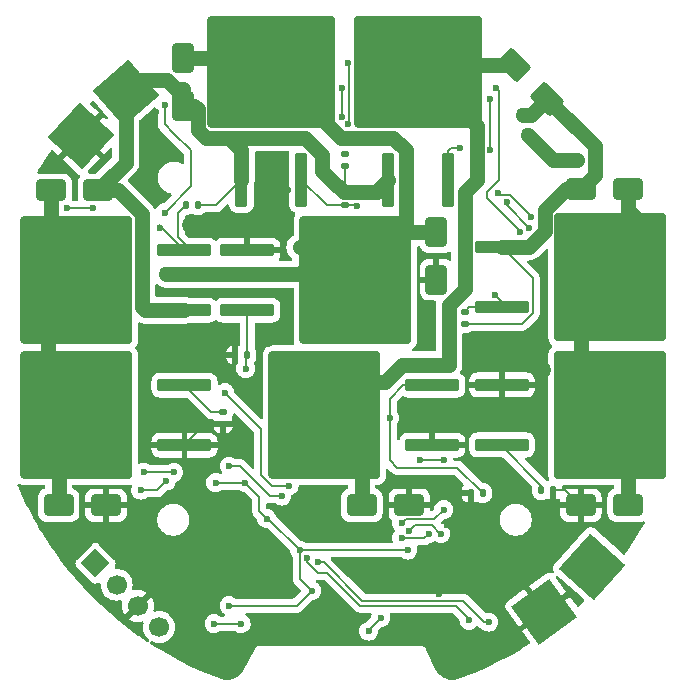
<source format=gbr>
%TF.GenerationSoftware,KiCad,Pcbnew,8.0.1*%
%TF.CreationDate,2024-11-14T00:10:28-08:00*%
%TF.ProjectId,motor_control_design,6d6f746f-725f-4636-9f6e-74726f6c5f64,rev?*%
%TF.SameCoordinates,Original*%
%TF.FileFunction,Copper,L2,Bot*%
%TF.FilePolarity,Positive*%
%FSLAX46Y46*%
G04 Gerber Fmt 4.6, Leading zero omitted, Abs format (unit mm)*
G04 Created by KiCad (PCBNEW 8.0.1) date 2024-11-14 00:10:28*
%MOMM*%
%LPD*%
G01*
G04 APERTURE LIST*
G04 Aperture macros list*
%AMRoundRect*
0 Rectangle with rounded corners*
0 $1 Rounding radius*
0 $2 $3 $4 $5 $6 $7 $8 $9 X,Y pos of 4 corners*
0 Add a 4 corners polygon primitive as box body*
4,1,4,$2,$3,$4,$5,$6,$7,$8,$9,$2,$3,0*
0 Add four circle primitives for the rounded corners*
1,1,$1+$1,$2,$3*
1,1,$1+$1,$4,$5*
1,1,$1+$1,$6,$7*
1,1,$1+$1,$8,$9*
0 Add four rect primitives between the rounded corners*
20,1,$1+$1,$2,$3,$4,$5,0*
20,1,$1+$1,$4,$5,$6,$7,0*
20,1,$1+$1,$6,$7,$8,$9,0*
20,1,$1+$1,$8,$9,$2,$3,0*%
%AMHorizOval*
0 Thick line with rounded ends*
0 $1 width*
0 $2 $3 position (X,Y) of the first rounded end (center of the circle)*
0 $4 $5 position (X,Y) of the second rounded end (center of the circle)*
0 Add line between two ends*
20,1,$1,$2,$3,$4,$5,0*
0 Add two circle primitives to create the rounded ends*
1,1,$1,$2,$3*
1,1,$1,$4,$5*%
%AMRotRect*
0 Rectangle, with rotation*
0 The origin of the aperture is its center*
0 $1 length*
0 $2 width*
0 $3 Rotation angle, in degrees counterclockwise*
0 Add horizontal line*
21,1,$1,$2,0,0,$3*%
G04 Aperture macros list end*
%TA.AperFunction,ComponentPad*%
%ADD10RotRect,4.000000X4.000000X227.000000*%
%TD*%
%TA.AperFunction,ComponentPad*%
%ADD11RotRect,1.700000X1.700000X45.000000*%
%TD*%
%TA.AperFunction,ComponentPad*%
%ADD12HorizOval,1.700000X0.000000X0.000000X0.000000X0.000000X0*%
%TD*%
%TA.AperFunction,ComponentPad*%
%ADD13RotRect,4.000000X4.000000X131.000000*%
%TD*%
%TA.AperFunction,ComponentPad*%
%ADD14RotRect,4.000000X4.000000X138.000000*%
%TD*%
%TA.AperFunction,ComponentPad*%
%ADD15RotRect,4.000000X4.000000X36.000000*%
%TD*%
%TA.AperFunction,SMDPad,CuDef*%
%ADD16RoundRect,0.135000X-0.185000X0.135000X-0.185000X-0.135000X0.185000X-0.135000X0.185000X0.135000X0*%
%TD*%
%TA.AperFunction,SMDPad,CuDef*%
%ADD17RoundRect,0.250000X0.300000X-2.050000X0.300000X2.050000X-0.300000X2.050000X-0.300000X-2.050000X0*%
%TD*%
%TA.AperFunction,SMDPad,CuDef*%
%ADD18RoundRect,0.250000X2.375000X-2.025000X2.375000X2.025000X-2.375000X2.025000X-2.375000X-2.025000X0*%
%TD*%
%TA.AperFunction,SMDPad,CuDef*%
%ADD19RoundRect,0.250002X5.149998X-4.449998X5.149998X4.449998X-5.149998X4.449998X-5.149998X-4.449998X0*%
%TD*%
%TA.AperFunction,SMDPad,CuDef*%
%ADD20RoundRect,0.250000X1.000000X0.650000X-1.000000X0.650000X-1.000000X-0.650000X1.000000X-0.650000X0*%
%TD*%
%TA.AperFunction,SMDPad,CuDef*%
%ADD21RoundRect,0.250000X-1.000000X-0.650000X1.000000X-0.650000X1.000000X0.650000X-1.000000X0.650000X0*%
%TD*%
%TA.AperFunction,SMDPad,CuDef*%
%ADD22RoundRect,0.250000X0.650000X-1.000000X0.650000X1.000000X-0.650000X1.000000X-0.650000X-1.000000X0*%
%TD*%
%TA.AperFunction,SMDPad,CuDef*%
%ADD23RoundRect,0.135000X-0.135000X-0.185000X0.135000X-0.185000X0.135000X0.185000X-0.135000X0.185000X0*%
%TD*%
%TA.AperFunction,SMDPad,CuDef*%
%ADD24RoundRect,0.250000X-2.050000X-0.300000X2.050000X-0.300000X2.050000X0.300000X-2.050000X0.300000X0*%
%TD*%
%TA.AperFunction,SMDPad,CuDef*%
%ADD25RoundRect,0.250000X-2.025000X-2.375000X2.025000X-2.375000X2.025000X2.375000X-2.025000X2.375000X0*%
%TD*%
%TA.AperFunction,SMDPad,CuDef*%
%ADD26RoundRect,0.250002X-4.449998X-5.149998X4.449998X-5.149998X4.449998X5.149998X-4.449998X5.149998X0*%
%TD*%
%TA.AperFunction,SMDPad,CuDef*%
%ADD27RoundRect,0.135000X0.185000X-0.135000X0.185000X0.135000X-0.185000X0.135000X-0.185000X-0.135000X0*%
%TD*%
%TA.AperFunction,SMDPad,CuDef*%
%ADD28RoundRect,0.250000X2.050000X0.300000X-2.050000X0.300000X-2.050000X-0.300000X2.050000X-0.300000X0*%
%TD*%
%TA.AperFunction,SMDPad,CuDef*%
%ADD29RoundRect,0.250000X2.025000X2.375000X-2.025000X2.375000X-2.025000X-2.375000X2.025000X-2.375000X0*%
%TD*%
%TA.AperFunction,SMDPad,CuDef*%
%ADD30RoundRect,0.250002X4.449998X5.149998X-4.449998X5.149998X-4.449998X-5.149998X4.449998X-5.149998X0*%
%TD*%
%TA.AperFunction,SMDPad,CuDef*%
%ADD31RoundRect,0.250000X-0.650000X1.000000X-0.650000X-1.000000X0.650000X-1.000000X0.650000X1.000000X0*%
%TD*%
%TA.AperFunction,SMDPad,CuDef*%
%ADD32RoundRect,0.135000X0.135000X0.185000X-0.135000X0.185000X-0.135000X-0.185000X0.135000X-0.185000X0*%
%TD*%
%TA.AperFunction,SMDPad,CuDef*%
%ADD33RoundRect,0.250000X1.166726X-0.247487X-0.247487X1.166726X-1.166726X0.247487X0.247487X-1.166726X0*%
%TD*%
%TA.AperFunction,ViaPad*%
%ADD34C,0.600000*%
%TD*%
%TA.AperFunction,ViaPad*%
%ADD35C,1.270000*%
%TD*%
%TA.AperFunction,Conductor*%
%ADD36C,0.200000*%
%TD*%
%TA.AperFunction,Conductor*%
%ADD37C,1.270000*%
%TD*%
G04 APERTURE END LIST*
D10*
%TO.P,J4,1,Pin_1*%
%TO.N,GND*%
X127000000Y-71120000D03*
%TD*%
D11*
%TO.P,J2,1,Pin_1*%
%TO.N,/NRST*%
X128251949Y-107296949D03*
D12*
%TO.P,J2,2,Pin_2*%
%TO.N,/SWDIO*%
X130048000Y-109093000D03*
%TO.P,J2,3,Pin_3*%
%TO.N,GND*%
X131844051Y-110889051D03*
%TO.P,J2,4,Pin_4*%
%TO.N,/SWCLK*%
X133640103Y-112685103D03*
%TD*%
D13*
%TO.P,J3,1,Pin_1*%
%TO.N,+BATT*%
X130810000Y-67437000D03*
%TD*%
D14*
%TO.P,J10,1,Pin_1*%
%TO.N,+3.3V*%
X170307000Y-107569000D03*
%TD*%
D15*
%TO.P,J9,1,Pin_1*%
%TO.N,GND*%
X166243000Y-111379000D03*
%TD*%
D16*
%TO.P,R20,1*%
%TO.N,Net-(Q14-G)*%
X149352000Y-72640002D03*
%TO.P,R20,2*%
%TO.N,+BATT*%
X149352000Y-73660000D03*
%TD*%
D17*
%TO.P,Q14,1,G*%
%TO.N,Net-(Q14-G)*%
X158115000Y-74803000D03*
D18*
%TO.P,Q14,2,D*%
%TO.N,/M2B*%
X152800000Y-68078000D03*
X158350000Y-68078000D03*
D19*
X155575000Y-65653000D03*
D18*
X152800000Y-63228000D03*
X158350000Y-63228000D03*
D17*
%TO.P,Q14,3,S*%
%TO.N,+BATT*%
X153035000Y-74803000D03*
%TD*%
D20*
%TO.P,D4,1,K*%
%TO.N,+BATT*%
X128492000Y-75692000D03*
%TO.P,D4,2,A*%
%TO.N,/M1A*%
X124492000Y-75692000D03*
%TD*%
D21*
%TO.P,D5,1,K*%
%TO.N,/M1A*%
X125144999Y-102362000D03*
%TO.P,D5,2,A*%
%TO.N,GND*%
X129145001Y-102362000D03*
%TD*%
%TO.P,D8,1,K*%
%TO.N,+BATT*%
X169354998Y-75565000D03*
%TO.P,D8,2,A*%
%TO.N,/M2A*%
X173355000Y-75565000D03*
%TD*%
D16*
%TO.P,R18,1*%
%TO.N,Net-(Q5-D)*%
X159512000Y-85977001D03*
%TO.P,R18,2*%
%TO.N,+BATT*%
X159512000Y-86996999D03*
%TD*%
D22*
%TO.P,D7,1,K*%
%TO.N,+BATT*%
X135636000Y-68548001D03*
%TO.P,D7,2,A*%
%TO.N,/M1B*%
X135636000Y-64547999D03*
%TD*%
D23*
%TO.P,R13,1*%
%TO.N,Net-(Q13-D)*%
X135890000Y-76962000D03*
%TO.P,R13,2*%
%TO.N,+BATT*%
X136909998Y-76962000D03*
%TD*%
D24*
%TO.P,Q6,1,G*%
%TO.N,Net-(Q5-D)*%
X162657000Y-85579000D03*
D25*
%TO.P,Q6,2,D*%
%TO.N,/M2A*%
X169382000Y-80264000D03*
X169382000Y-85814000D03*
D26*
X171807000Y-83039000D03*
D25*
X174232000Y-80264000D03*
X174232000Y-85814000D03*
D24*
%TO.P,Q6,3,S*%
%TO.N,+BATT*%
X162657000Y-80499000D03*
%TD*%
D21*
%TO.P,D12,1,K*%
%TO.N,/M2B*%
X150812998Y-102362000D03*
%TO.P,D12,2,A*%
%TO.N,GND*%
X154813000Y-102362000D03*
%TD*%
D27*
%TO.P,R14,1*%
%TO.N,Net-(Q1-G)*%
X149352000Y-76963999D03*
%TO.P,R14,2*%
%TO.N,+BATT*%
X149352000Y-75944001D03*
%TD*%
D28*
%TO.P,Q2,1,G*%
%TO.N,Net-(Q13-D)*%
X135781000Y-80772000D03*
D29*
%TO.P,Q2,2,D*%
%TO.N,/M1A*%
X129056000Y-86087000D03*
X129056000Y-80537000D03*
D30*
X126631000Y-83312000D03*
D29*
X124206000Y-86087000D03*
X124206000Y-80537000D03*
D28*
%TO.P,Q2,3,S*%
%TO.N,+BATT*%
X135781000Y-85852000D03*
%TD*%
D20*
%TO.P,D9,1,K*%
%TO.N,/M2A*%
X173355000Y-102362000D03*
%TO.P,D9,2,A*%
%TO.N,GND*%
X169355000Y-102362000D03*
%TD*%
D28*
%TO.P,Q9,1,G*%
%TO.N,/M1Q2*%
X135786999Y-92201998D03*
D29*
%TO.P,Q9,2,D*%
%TO.N,/M1A*%
X129062001Y-91966997D03*
X129061999Y-97516997D03*
D30*
X126637000Y-94742000D03*
D29*
X124212001Y-97516999D03*
X124211999Y-91966997D03*
D28*
%TO.P,Q9,3,S*%
%TO.N,GND*%
X135787002Y-97281998D03*
%TD*%
D16*
%TO.P,R16,1*%
%TO.N,/M1Q2*%
X139065000Y-94488000D03*
%TO.P,R16,2*%
%TO.N,GND*%
X139065000Y-95507998D03*
%TD*%
D31*
%TO.P,D6,1,K*%
%TO.N,/M1B*%
X157117000Y-79279999D03*
%TO.P,D6,2,A*%
%TO.N,GND*%
X157117000Y-83280001D03*
%TD*%
D23*
%TO.P,R19,1*%
%TO.N,/M2Q2*%
X165987001Y-101092000D03*
%TO.P,R19,2*%
%TO.N,GND*%
X167006999Y-101092000D03*
%TD*%
D24*
%TO.P,Q7,1,G*%
%TO.N,/M2Q2*%
X162657000Y-97263000D03*
D25*
%TO.P,Q7,2,D*%
%TO.N,/M2A*%
X169382000Y-91948000D03*
X169382000Y-97498000D03*
D26*
X171807000Y-94723000D03*
D25*
X174232000Y-91948000D03*
X174232000Y-97498000D03*
D24*
%TO.P,Q7,3,S*%
%TO.N,GND*%
X162657000Y-92183000D03*
%TD*%
%TO.P,Q3,1,G*%
%TO.N,/M1Q4*%
X141115000Y-85852000D03*
D25*
%TO.P,Q3,2,D*%
%TO.N,/M1B*%
X147840000Y-80537000D03*
X147840000Y-86087000D03*
D26*
X150265000Y-83312000D03*
D25*
X152690000Y-80537000D03*
X152690000Y-86087000D03*
D24*
%TO.P,Q3,3,S*%
%TO.N,GND*%
X141115000Y-80772000D03*
%TD*%
D28*
%TO.P,Q15,1,G*%
%TO.N,/M2Q4*%
X156778000Y-92202000D03*
D29*
%TO.P,Q15,2,D*%
%TO.N,/M2B*%
X150053000Y-97517000D03*
X150053000Y-91967000D03*
D30*
X147628000Y-94742000D03*
D29*
X145203000Y-97517000D03*
X145203000Y-91967000D03*
D28*
%TO.P,Q15,3,S*%
%TO.N,GND*%
X156778000Y-97282000D03*
%TD*%
D32*
%TO.P,R23,1*%
%TO.N,/M2Q4*%
X161037999Y-101346000D03*
%TO.P,R23,2*%
%TO.N,GND*%
X160018001Y-101346000D03*
%TD*%
D33*
%TO.P,D10,1,K*%
%TO.N,+BATT*%
X166514214Y-67962214D03*
%TO.P,D10,2,A*%
%TO.N,/M2B*%
X163685786Y-65133786D03*
%TD*%
D17*
%TO.P,Q1,1,G*%
%TO.N,Net-(Q1-G)*%
X145688000Y-74821000D03*
D18*
%TO.P,Q1,2,D*%
%TO.N,/M1B*%
X140373000Y-68096000D03*
X145923000Y-68096000D03*
D19*
X143148000Y-65671000D03*
D18*
X140373000Y-63246000D03*
X145923000Y-63246000D03*
D17*
%TO.P,Q1,3,S*%
%TO.N,+BATT*%
X140608000Y-74821000D03*
%TD*%
D32*
%TO.P,R15,1*%
%TO.N,/M1Q4*%
X141099000Y-89662000D03*
%TO.P,R15,2*%
%TO.N,GND*%
X140079000Y-89662000D03*
%TD*%
D34*
%TO.N,GND*%
X147015200Y-103123999D03*
X163931600Y-109016800D03*
X127050800Y-73152000D03*
X163220400Y-109677200D03*
X147015200Y-104749600D03*
X167005000Y-102362000D03*
X133350000Y-72517000D03*
D35*
X156210000Y-88646000D03*
D34*
X143916400Y-78892400D03*
X140589000Y-104521000D03*
X141986000Y-74523600D03*
X136245600Y-110845600D03*
X137414000Y-95631000D03*
X133350000Y-69088000D03*
X160578800Y-109626400D03*
X143306800Y-73304400D03*
X161798000Y-110896400D03*
X162560000Y-109016800D03*
X148640800Y-103936800D03*
X141935200Y-76911200D03*
X134975600Y-109575600D03*
X138226800Y-79298800D03*
X150266400Y-104749600D03*
X147015200Y-101498400D03*
X143967200Y-73964800D03*
X147015200Y-102311200D03*
X159918400Y-108966000D03*
X136906000Y-111506000D03*
X148640800Y-102311200D03*
X167081200Y-105765600D03*
X167792400Y-105105200D03*
X149453600Y-104749600D03*
X151003000Y-109093000D03*
X136601200Y-105918000D03*
X140512800Y-79298800D03*
D35*
X166243000Y-90932000D03*
D34*
X135890000Y-106578400D03*
X167741600Y-111201200D03*
X153162000Y-109474000D03*
X142595600Y-77571600D03*
X136347200Y-109575600D03*
X168503600Y-104444800D03*
X136956800Y-110185200D03*
X142595600Y-78841600D03*
X138277600Y-77978000D03*
X151079200Y-104749600D03*
X154686000Y-102920800D03*
X147828000Y-103936800D03*
D35*
X160274000Y-88519000D03*
D34*
X166420800Y-105105200D03*
X143916400Y-74980800D03*
X168656000Y-102870000D03*
X148640800Y-103124000D03*
X163271200Y-108356400D03*
X142697200Y-73863200D03*
X143256000Y-78232000D03*
X135382000Y-108661200D03*
X132461000Y-108331000D03*
X166370000Y-106426000D03*
D35*
X142748000Y-88392000D03*
D34*
X161137600Y-110236000D03*
X162001200Y-92303600D03*
D35*
X136144000Y-78613000D03*
D34*
X154813000Y-101727000D03*
X140563600Y-77978000D03*
X148640800Y-104749600D03*
X157607000Y-100076000D03*
X162092246Y-113648548D03*
X134620000Y-107746800D03*
X141224000Y-78638400D03*
X157099000Y-106426000D03*
X143306800Y-76911200D03*
X147828000Y-104749600D03*
X141935200Y-78181200D03*
X166522400Y-103784400D03*
X162509200Y-110236000D03*
X160629600Y-108305600D03*
X139852400Y-78638400D03*
X160909000Y-115951000D03*
X143967200Y-77571600D03*
X165252400Y-106730800D03*
X161848800Y-109575600D03*
X143357600Y-74523600D03*
X143205200Y-75641200D03*
X157988000Y-104013000D03*
X161950400Y-108305600D03*
X147828000Y-103124000D03*
X144018000Y-72644000D03*
X137566400Y-78638400D03*
X135991600Y-107746800D03*
X147828000Y-101498400D03*
X165709600Y-105765600D03*
X138938000Y-78638400D03*
X135636000Y-110236000D03*
X161290000Y-108966000D03*
X142646400Y-75184000D03*
X157353000Y-109855000D03*
X137541000Y-113792000D03*
X164592000Y-106070400D03*
X144627600Y-78232000D03*
X136550400Y-107238800D03*
X135331200Y-107086400D03*
X170180000Y-101904800D03*
X137617200Y-110845600D03*
X127254000Y-69392800D03*
X147015200Y-103936800D03*
X144576800Y-75641200D03*
X152527000Y-108077000D03*
X164592000Y-110998000D03*
X148640800Y-101498400D03*
X142646400Y-76250800D03*
X147828000Y-102311200D03*
X167132000Y-104444800D03*
X143865600Y-76301600D03*
%TO.N,+3.3V*%
X138430000Y-100457000D03*
X140908927Y-100459279D03*
X154686000Y-106172000D03*
D35*
X169037000Y-73152000D03*
D34*
X142748000Y-103505000D03*
X139573000Y-110871000D03*
D35*
X164846000Y-70993000D03*
D34*
X146558000Y-109601000D03*
X145542000Y-106172000D03*
%TO.N,+BATT*%
X157734000Y-98552000D03*
X155702000Y-98552000D03*
D35*
X132207000Y-82296000D03*
X164465000Y-69342000D03*
D34*
%TO.N,/LED_G*%
X159874357Y-112112738D03*
X146177000Y-106807000D03*
%TO.N,/LED_B*%
X161544000Y-112268000D03*
X147066000Y-107188000D03*
D35*
%TO.N,/M1A*%
X126238000Y-84836000D03*
%TO.N,/M1B*%
X134239000Y-82804000D03*
D34*
%TO.N,/NRST*%
X138303000Y-112395000D03*
X152400000Y-111887000D03*
X140589000Y-112395000D03*
X151384000Y-113030000D03*
%TO.N,/M1Q3*%
X134112000Y-68453000D03*
X134112000Y-77597000D03*
X125857000Y-77216000D03*
X132080000Y-101092000D03*
X134239000Y-100330000D03*
X128016000Y-77216000D03*
%TO.N,/M1Q1*%
X134874000Y-99568000D03*
X132334000Y-99568000D03*
%TO.N,/M1Q4*%
X140970000Y-90805000D03*
%TO.N,/M1Q2*%
X139065000Y-94488000D03*
%TO.N,/VBatt_sense*%
X156464000Y-104775000D03*
X154178000Y-105156000D03*
%TO.N,/M2Q1*%
X164973000Y-78867000D03*
X163068000Y-76708000D03*
%TO.N,/M2Q3*%
X164211000Y-79248000D03*
X162179000Y-67056000D03*
%TO.N,/M2Q4*%
X153162000Y-94996000D03*
%TO.N,/M2Q2*%
X161036000Y-97409000D03*
D35*
%TO.N,/M2A*%
X169418000Y-97663000D03*
%TO.N,/M2B*%
X151130000Y-94234000D03*
D34*
%TO.N,/E1A*%
X144653000Y-100711000D03*
X139192000Y-92837000D03*
%TO.N,/E1B*%
X144018000Y-101600000D03*
X139573000Y-99060000D03*
%TO.N,/E2B*%
X154813000Y-104521000D03*
X157480000Y-104775000D03*
%TO.N,/E2A*%
X157734000Y-102743000D03*
X154178000Y-103886000D03*
%TO.N,Net-(Q1-G)*%
X149098000Y-67056000D03*
X149098000Y-69469000D03*
X150404939Y-77027648D03*
%TO.N,Net-(Q13-D)*%
X133731000Y-78867000D03*
%TO.N,Net-(Q5-D)*%
X162052000Y-84582000D03*
X162306000Y-75946000D03*
X165100000Y-77978000D03*
%TO.N,Net-(Q14-G)*%
X161671000Y-67945000D03*
X159131000Y-72136000D03*
X161671000Y-72263000D03*
X149606000Y-64897000D03*
X149606000Y-70104000D03*
X149352000Y-72644000D03*
%TD*%
D36*
%TO.N,GND*%
X167006999Y-101092000D02*
X167005000Y-102362000D01*
X167026998Y-101092000D02*
X168039000Y-101092000D01*
X168039000Y-101092000D02*
X169309000Y-102362000D01*
X139083000Y-95505999D02*
X137563001Y-95505999D01*
X167005000Y-102362000D02*
X167006999Y-102360001D01*
X137563001Y-95505999D02*
X135787002Y-97281998D01*
X133350000Y-69088000D02*
X133350000Y-72517000D01*
%TO.N,+3.3V*%
X142875000Y-103505000D02*
X142748000Y-103505000D01*
X145542000Y-108585000D02*
X146558000Y-109601000D01*
X138432279Y-100459279D02*
X138430000Y-100457000D01*
D37*
X169037000Y-73152000D02*
X167005000Y-73152000D01*
D36*
X145542000Y-106172000D02*
X145542000Y-108585000D01*
X140908927Y-100459279D02*
X138432279Y-100459279D01*
X145288000Y-110871000D02*
X146558000Y-109601000D01*
X142113000Y-102870000D02*
X142748000Y-103505000D01*
X145542000Y-106172000D02*
X142875000Y-103505000D01*
X139573000Y-110871000D02*
X145288000Y-110871000D01*
D37*
X167005000Y-73152000D02*
X164846000Y-70993000D01*
D36*
X142113000Y-102870000D02*
X142113000Y-101663352D01*
X142113000Y-101663352D02*
X140908927Y-100459279D01*
X145542000Y-106172000D02*
X154686000Y-106172000D01*
D37*
%TO.N,+BATT*%
X147447000Y-72688650D02*
X146005350Y-71247000D01*
X153035000Y-74803000D02*
X152265000Y-75573000D01*
X130810000Y-67437000D02*
X130810000Y-73374000D01*
X131865326Y-66381674D02*
X130810000Y-67437000D01*
X140608000Y-74821000D02*
X140608000Y-72282000D01*
X137582650Y-71247000D02*
X136913000Y-70577350D01*
X164957000Y-80499000D02*
X162657000Y-80499000D01*
X132166000Y-82337000D02*
X132166000Y-85557000D01*
X135037650Y-67140999D02*
X134278326Y-66381674D01*
X152108133Y-75827000D02*
X151384000Y-75827000D01*
X136627001Y-68548001D02*
X135636000Y-68548001D01*
X132461000Y-85852000D02*
X135781000Y-85852000D01*
X165134428Y-69342000D02*
X164465000Y-69342000D01*
X151384000Y-75827000D02*
X151352001Y-75858999D01*
X166272000Y-79184000D02*
X164957000Y-80499000D01*
D36*
X136909998Y-76962000D02*
X138467000Y-76962000D01*
D37*
X151352001Y-75858999D02*
X149266998Y-75858999D01*
X166272000Y-77397998D02*
X166272000Y-78613000D01*
X135636000Y-68548001D02*
X135636000Y-67140999D01*
X132166000Y-77705650D02*
X132166000Y-82255000D01*
X149266998Y-75858999D02*
X148209999Y-74802001D01*
X136913000Y-70577350D02*
X136913000Y-68834000D01*
X146005350Y-71247000D02*
X137582650Y-71247000D01*
D36*
X155702000Y-98552000D02*
X157734000Y-98552000D01*
D37*
X134278326Y-66381674D02*
X131865326Y-66381674D01*
X168104998Y-75565000D02*
X166272000Y-77397998D01*
X139573000Y-71247000D02*
X137582650Y-71247000D01*
X130810000Y-73374000D02*
X128492000Y-75692000D01*
X132207000Y-82296000D02*
X132166000Y-82337000D01*
X170507000Y-74412998D02*
X169354998Y-75565000D01*
X166272000Y-78613000D02*
X166272000Y-79184000D01*
X166514214Y-67962214D02*
X170507000Y-71955000D01*
D36*
X159512000Y-86996999D02*
X164373745Y-86996999D01*
D37*
X148209999Y-74802001D02*
X147447000Y-74039001D01*
X140608000Y-72282000D02*
X139573000Y-71247000D01*
X152265000Y-75670133D02*
X152108133Y-75827000D01*
X132166000Y-82255000D02*
X132207000Y-82296000D01*
X169354998Y-75565000D02*
X168104998Y-75565000D01*
X152265000Y-75573000D02*
X152265000Y-75670133D01*
X136913000Y-68834000D02*
X136627001Y-68548001D01*
D36*
X164373745Y-86996999D02*
X165257000Y-86113744D01*
X138467000Y-76962000D02*
X140608000Y-74821000D01*
X165257000Y-83099000D02*
X162657000Y-80499000D01*
D37*
X130152350Y-75692000D02*
X132166000Y-77705650D01*
X170507000Y-71955000D02*
X170507000Y-74412998D01*
X135636000Y-67140999D02*
X135037650Y-67140999D01*
X128492000Y-75692000D02*
X130152350Y-75692000D01*
X132166000Y-85557000D02*
X132461000Y-85852000D01*
D36*
X149266998Y-75858999D02*
X149352000Y-75773997D01*
D37*
X147447000Y-74039001D02*
X147447000Y-72688650D01*
D36*
X149352000Y-75773997D02*
X149352000Y-73660000D01*
D37*
X166514214Y-67962214D02*
X165134428Y-69342000D01*
D36*
X165257000Y-86113744D02*
X165257000Y-83099000D01*
%TO.N,/LED_G*%
X150691314Y-110871000D02*
X158750000Y-110871000D01*
X147897314Y-108077000D02*
X150691314Y-110871000D01*
X147106471Y-108077000D02*
X147897314Y-108077000D01*
X146177000Y-106807000D02*
X146177000Y-107147529D01*
X158750000Y-110871000D02*
X159893000Y-112014000D01*
X146177000Y-107147529D02*
X147106471Y-108077000D01*
%TO.N,/LED_B*%
X159350000Y-110455000D02*
X161163000Y-112268000D01*
X150841000Y-110455000D02*
X159350000Y-110455000D01*
X147574000Y-107188000D02*
X150841000Y-110455000D01*
X147066000Y-107188000D02*
X147574000Y-107188000D01*
X161163000Y-112268000D02*
X161544000Y-112268000D01*
D37*
%TO.N,/M1A*%
X125144999Y-98449997D02*
X124212001Y-97516999D01*
X124206000Y-91960998D02*
X124211999Y-91966997D01*
X124492000Y-80251000D02*
X124206000Y-80537000D01*
X125144999Y-102362000D02*
X125144999Y-98449997D01*
X124492000Y-75692000D02*
X124492000Y-80251000D01*
X129685003Y-91966997D02*
X129062001Y-91966997D01*
X124206000Y-86087000D02*
X124206000Y-91960998D01*
%TO.N,/M1B*%
X145573000Y-82804000D02*
X147840000Y-80537000D01*
X157117000Y-79279999D02*
X153947001Y-79279999D01*
X139071001Y-64547999D02*
X140373000Y-63246000D01*
X154505000Y-72336000D02*
X153416000Y-71247000D01*
X134239000Y-82804000D02*
X145573000Y-82804000D01*
X135636000Y-64547999D02*
X139071001Y-64547999D01*
X152690000Y-80537000D02*
X154505000Y-78722000D01*
X153947001Y-79279999D02*
X152690000Y-80537000D01*
X149074000Y-71247000D02*
X145923000Y-68096000D01*
X153416000Y-71247000D02*
X149074000Y-71247000D01*
X147840000Y-80537000D02*
X145561000Y-80537000D01*
X154505000Y-78722000D02*
X154505000Y-72336000D01*
D36*
%TO.N,/NRST*%
X151384000Y-112903000D02*
X152400000Y-111887000D01*
X151384000Y-113030000D02*
X151384000Y-112903000D01*
X140589000Y-112395000D02*
X138303000Y-112395000D01*
%TO.N,/M1Q3*%
X134112000Y-77597000D02*
X136336970Y-75372030D01*
X136336970Y-72328970D02*
X134937500Y-70929500D01*
X136336970Y-75372030D02*
X136336970Y-72328970D01*
X133477000Y-101092000D02*
X132080000Y-101092000D01*
X134239000Y-100330000D02*
X133477000Y-101092000D01*
X134937500Y-70929500D02*
X134112000Y-70104000D01*
X134112000Y-70104000D02*
X134112000Y-68453000D01*
X125857000Y-77216000D02*
X128016000Y-77216000D01*
%TO.N,/M1Q1*%
X134874000Y-99568000D02*
X132334000Y-99568000D01*
%TO.N,/M1Q4*%
X141117000Y-89662000D02*
X141117000Y-85854000D01*
X141117000Y-85854000D02*
X141115000Y-85852000D01*
X140970000Y-89809000D02*
X141117000Y-89662000D01*
X140970000Y-90805000D02*
X140970000Y-89809000D01*
%TO.N,/M1Q2*%
X139083000Y-94486001D02*
X138071002Y-94486001D01*
X138071002Y-94486001D02*
X135786999Y-92201998D01*
%TO.N,/VBatt_sense*%
X156083000Y-105156000D02*
X156464000Y-104775000D01*
X154178000Y-105156000D02*
X156083000Y-105156000D01*
%TO.N,/M2Q1*%
X163068000Y-76962000D02*
X163068000Y-76708000D01*
X164973000Y-78867000D02*
X163068000Y-76962000D01*
%TO.N,/M2Q3*%
X161417000Y-76327000D02*
X161417000Y-75819000D01*
X161417000Y-75819000D02*
X162386970Y-74849030D01*
X162386970Y-74849030D02*
X162386970Y-67263970D01*
X162386970Y-67263970D02*
X162179000Y-67056000D01*
X164211000Y-79121000D02*
X161417000Y-76327000D01*
%TO.N,/M2Q4*%
X153162000Y-94996000D02*
X153162000Y-93345000D01*
X158878000Y-99186001D02*
X153796001Y-99186001D01*
X153162000Y-93345000D02*
X154305000Y-92202000D01*
X161037999Y-101346000D02*
X158878000Y-99186001D01*
X153796001Y-99186001D02*
X153162000Y-98552000D01*
X153162000Y-98552000D02*
X153162000Y-94996000D01*
X154305000Y-92202000D02*
X156778000Y-92202000D01*
%TO.N,/M2Q2*%
X166007000Y-100710000D02*
X162560000Y-97263000D01*
X166007000Y-101092000D02*
X166007000Y-100710000D01*
D37*
%TO.N,/M2A*%
X169382000Y-91948000D02*
X169382000Y-85814000D01*
X173309002Y-102362000D02*
X173309002Y-98323998D01*
X173309002Y-98323998D02*
X174135000Y-97498000D01*
X173355000Y-75565000D02*
X173355000Y-77405106D01*
X173341001Y-79470001D02*
X174135000Y-80264000D01*
X173355000Y-77405106D02*
X175222947Y-79273053D01*
%TO.N,/M2B*%
X158183825Y-85404525D02*
X159512000Y-84076351D01*
X159500000Y-84064351D02*
X159500000Y-75831000D01*
X154236175Y-90482175D02*
X158183825Y-90482175D01*
X160536000Y-74795000D02*
X160536000Y-70264000D01*
X150138002Y-91967003D02*
X151288005Y-90817000D01*
X158183825Y-90482175D02*
X158183825Y-85404525D01*
X150798999Y-98177998D02*
X150138001Y-97517000D01*
X159500000Y-75831000D02*
X160536000Y-74795000D01*
X150798999Y-102362000D02*
X150798999Y-98177998D01*
X150053000Y-91967000D02*
X152751350Y-91967000D01*
X160255786Y-65133786D02*
X158350000Y-63228000D01*
X159512000Y-84076351D02*
X159500000Y-84064351D01*
X160536000Y-70264000D02*
X158350000Y-68078000D01*
X163685786Y-65133786D02*
X160255786Y-65133786D01*
X152751350Y-91967000D02*
X154236175Y-90482175D01*
D36*
%TO.N,/E1A*%
X142303500Y-95948500D02*
X139192000Y-92837000D01*
X144653000Y-100711000D02*
X143212256Y-100711000D01*
X143212256Y-100711000D02*
X142303500Y-99802244D01*
X142303500Y-99802244D02*
X142303500Y-95948500D01*
%TO.N,/E1B*%
X144018000Y-101600000D02*
X143002000Y-101600000D01*
X140462000Y-99060000D02*
X139573000Y-99060000D01*
X143002000Y-101600000D02*
X140462000Y-99060000D01*
%TO.N,/E2B*%
X154813000Y-104521000D02*
X155280529Y-104053471D01*
X157439529Y-104775000D02*
X157480000Y-104775000D01*
X155280529Y-104053471D02*
X156718000Y-104053471D01*
X156718000Y-104053471D02*
X157439529Y-104775000D01*
%TO.N,/E2A*%
X154502000Y-103562000D02*
X154178000Y-103886000D01*
X156915000Y-103562000D02*
X154813000Y-103562000D01*
X154813000Y-103562000D02*
X154502000Y-103562000D01*
X157734000Y-102743000D02*
X156915000Y-103562000D01*
%TO.N,Net-(Q1-G)*%
X149098000Y-69469000D02*
X149098000Y-67056000D01*
X147830999Y-76963999D02*
X145688000Y-74821000D01*
X149352000Y-76963999D02*
X150366001Y-76963999D01*
X149352000Y-76963999D02*
X147830999Y-76963999D01*
%TO.N,Net-(Q13-D)*%
X135209000Y-79653314D02*
X136054343Y-80498657D01*
X135890000Y-76962000D02*
X135209000Y-77643000D01*
X133857000Y-78867000D02*
X135781000Y-80791000D01*
X133731000Y-78741000D02*
X133731000Y-78867000D01*
X133731000Y-78867000D02*
X133857000Y-78867000D01*
X135209000Y-77643000D02*
X135209000Y-79653314D01*
X133667000Y-78677000D02*
X133731000Y-78741000D01*
%TO.N,Net-(Q5-D)*%
X160274000Y-85579000D02*
X159910001Y-85579000D01*
X159910001Y-85579000D02*
X159512000Y-85977001D01*
X163316529Y-76108000D02*
X162468000Y-76108000D01*
X162657000Y-85579000D02*
X162657000Y-85187000D01*
X165100000Y-77891471D02*
X163316529Y-76108000D01*
X162657000Y-85187000D02*
X162052000Y-84582000D01*
X165100000Y-77978000D02*
X165100000Y-77891471D01*
X162468000Y-76108000D02*
X162306000Y-75946000D01*
X162657000Y-85579000D02*
X160274000Y-85579000D01*
%TO.N,Net-(Q14-G)*%
X149698000Y-64989000D02*
X149606000Y-64897000D01*
X149606000Y-64897000D02*
X149733000Y-64897000D01*
X149698000Y-70012000D02*
X149698000Y-64989000D01*
X158369000Y-72136000D02*
X158115000Y-72390000D01*
X159131000Y-72136000D02*
X158369000Y-72136000D01*
X149606000Y-70104000D02*
X149698000Y-70012000D01*
X158115000Y-72390000D02*
X158115000Y-74803000D01*
X161671000Y-71501000D02*
X161671000Y-72263000D01*
X161671000Y-67945000D02*
X161671000Y-71501000D01*
%TD*%
%TA.AperFunction,Conductor*%
%TO.N,GND*%
G36*
X166525833Y-80638518D02*
G01*
X166581767Y-80680389D01*
X166606184Y-80745854D01*
X166606500Y-80754700D01*
X166606500Y-88239001D01*
X166606501Y-88239018D01*
X166617000Y-88341796D01*
X166617001Y-88341799D01*
X166672185Y-88508331D01*
X166672186Y-88508334D01*
X166764288Y-88657656D01*
X166888344Y-88781712D01*
X166888347Y-88781714D01*
X166890903Y-88783735D01*
X166892202Y-88785570D01*
X166893451Y-88786819D01*
X166893237Y-88787032D01*
X166931278Y-88840758D01*
X166934416Y-88910557D01*
X166899319Y-88970972D01*
X166890903Y-88978265D01*
X166888341Y-88980290D01*
X166764289Y-89104342D01*
X166672187Y-89253663D01*
X166672185Y-89253668D01*
X166617001Y-89420201D01*
X166614950Y-89440282D01*
X166614950Y-89440284D01*
X166606500Y-89522985D01*
X166606500Y-99923001D01*
X166606501Y-99923018D01*
X166617000Y-100025796D01*
X166617001Y-100025799D01*
X166667100Y-100176986D01*
X166669502Y-100246814D01*
X166633770Y-100306856D01*
X166612515Y-100322722D01*
X166605097Y-100327109D01*
X166537373Y-100344292D01*
X166471111Y-100322132D01*
X166454295Y-100308058D01*
X166371397Y-100225160D01*
X166371374Y-100225139D01*
X164671415Y-98525180D01*
X164637930Y-98463857D01*
X164642914Y-98394165D01*
X164684786Y-98338232D01*
X164750250Y-98313815D01*
X164753860Y-98313686D01*
X164753859Y-98313659D01*
X164756998Y-98313499D01*
X164757008Y-98313499D01*
X164859797Y-98302999D01*
X165026334Y-98247814D01*
X165175656Y-98155712D01*
X165299712Y-98031656D01*
X165391814Y-97882334D01*
X165446999Y-97715797D01*
X165457500Y-97613009D01*
X165457499Y-96912992D01*
X165448950Y-96829307D01*
X165446999Y-96810203D01*
X165446998Y-96810200D01*
X165424692Y-96742885D01*
X165391814Y-96643666D01*
X165299712Y-96494344D01*
X165175656Y-96370288D01*
X165026334Y-96278186D01*
X164859797Y-96223001D01*
X164859795Y-96223000D01*
X164757010Y-96212500D01*
X160556998Y-96212500D01*
X160556981Y-96212501D01*
X160454203Y-96223000D01*
X160454200Y-96223001D01*
X160287668Y-96278185D01*
X160287663Y-96278187D01*
X160138342Y-96370289D01*
X160014289Y-96494342D01*
X159922187Y-96643663D01*
X159922185Y-96643668D01*
X159915820Y-96662878D01*
X159867001Y-96810203D01*
X159867001Y-96810204D01*
X159867000Y-96810204D01*
X159856500Y-96912983D01*
X159856500Y-97613001D01*
X159856501Y-97613019D01*
X159867000Y-97715796D01*
X159867001Y-97715799D01*
X159922185Y-97882331D01*
X159922187Y-97882336D01*
X159957069Y-97938888D01*
X160014288Y-98031656D01*
X160138344Y-98155712D01*
X160287666Y-98247814D01*
X160454203Y-98302999D01*
X160556991Y-98313500D01*
X162709902Y-98313499D01*
X162776941Y-98333184D01*
X162797583Y-98349818D01*
X165181484Y-100733719D01*
X165214969Y-100795042D01*
X165217421Y-100831128D01*
X165216501Y-100842811D01*
X165216501Y-101341169D01*
X165216502Y-101341191D01*
X165219336Y-101377205D01*
X165264130Y-101531388D01*
X165264132Y-101531393D01*
X165345864Y-101669595D01*
X165345870Y-101669603D01*
X165459397Y-101783130D01*
X165459401Y-101783133D01*
X165459403Y-101783135D01*
X165597608Y-101864869D01*
X165635123Y-101875768D01*
X165751792Y-101909664D01*
X165751795Y-101909664D01*
X165751797Y-101909665D01*
X165787820Y-101912500D01*
X166186181Y-101912499D01*
X166222205Y-101909665D01*
X166376394Y-101864869D01*
X166434371Y-101830581D01*
X166502093Y-101813398D01*
X166560613Y-101830581D01*
X166617806Y-101864405D01*
X166756999Y-101904844D01*
X166756999Y-101352434D01*
X166757381Y-101342704D01*
X166757501Y-101341181D01*
X166757500Y-100965999D01*
X166777184Y-100898961D01*
X166829988Y-100853206D01*
X166881500Y-100842000D01*
X167132999Y-100842000D01*
X167200038Y-100861685D01*
X167245793Y-100914489D01*
X167256999Y-100966000D01*
X167256999Y-101904843D01*
X167396193Y-101864404D01*
X167417879Y-101851580D01*
X167485602Y-101834397D01*
X167551865Y-101856557D01*
X167595629Y-101911023D01*
X167605000Y-101958312D01*
X167605000Y-102112000D01*
X169105000Y-102112000D01*
X169105000Y-100962000D01*
X169605000Y-100962000D01*
X169605000Y-102112000D01*
X171104999Y-102112000D01*
X171104999Y-101662028D01*
X171104998Y-101662013D01*
X171094505Y-101559302D01*
X171039358Y-101392880D01*
X171039356Y-101392875D01*
X170947315Y-101243654D01*
X170823345Y-101119684D01*
X170674124Y-101027643D01*
X170674119Y-101027641D01*
X170507697Y-100972494D01*
X170507690Y-100972493D01*
X170404986Y-100962000D01*
X169605000Y-100962000D01*
X169105000Y-100962000D01*
X168305028Y-100962000D01*
X168305012Y-100962001D01*
X168202302Y-100972494D01*
X168035880Y-101027641D01*
X168035871Y-101027645D01*
X167966095Y-101070684D01*
X167898703Y-101089124D01*
X167832039Y-101068201D01*
X167787270Y-101014559D01*
X167776999Y-100965145D01*
X167776999Y-100842879D01*
X167776998Y-100842864D01*
X167774166Y-100806878D01*
X167766966Y-100782094D01*
X167767166Y-100712224D01*
X167805109Y-100653554D01*
X167868747Y-100624711D01*
X167886030Y-100623499D01*
X172049502Y-100623499D01*
X172116541Y-100643184D01*
X172162296Y-100695988D01*
X172173502Y-100747499D01*
X172173502Y-100891970D01*
X172153817Y-100959009D01*
X172101013Y-101004764D01*
X172088507Y-101009676D01*
X172035666Y-101027186D01*
X171886342Y-101119289D01*
X171762289Y-101243342D01*
X171670187Y-101392663D01*
X171670185Y-101392668D01*
X171670115Y-101392880D01*
X171615001Y-101559203D01*
X171615001Y-101559204D01*
X171615000Y-101559204D01*
X171604500Y-101661983D01*
X171604500Y-103062001D01*
X171604501Y-103062018D01*
X171615000Y-103164796D01*
X171615001Y-103164799D01*
X171670185Y-103331331D01*
X171670187Y-103331336D01*
X171695772Y-103372816D01*
X171762288Y-103480656D01*
X171886344Y-103604712D01*
X172035666Y-103696814D01*
X172202203Y-103751999D01*
X172304991Y-103762500D01*
X174405008Y-103762499D01*
X174507797Y-103751999D01*
X174607505Y-103718958D01*
X174677330Y-103716557D01*
X174737373Y-103752288D01*
X174768566Y-103814808D01*
X174761006Y-103884268D01*
X174754042Y-103898407D01*
X174475310Y-104383869D01*
X174473067Y-104387622D01*
X173925395Y-105268075D01*
X173923020Y-105271746D01*
X173344690Y-106132282D01*
X173342188Y-106135868D01*
X173071758Y-106509125D01*
X173016485Y-106551864D01*
X172946879Y-106557936D01*
X172888371Y-106528523D01*
X170458298Y-104340475D01*
X170431169Y-104320863D01*
X170409708Y-104305348D01*
X170409706Y-104305347D01*
X170409703Y-104305345D01*
X170275848Y-104252494D01*
X170275842Y-104252493D01*
X170263924Y-104251412D01*
X170132508Y-104239495D01*
X170132507Y-104239495D01*
X169991320Y-104267404D01*
X169991315Y-104267406D01*
X169863711Y-104333961D01*
X169819060Y-104373973D01*
X167078475Y-107417701D01*
X167043345Y-107466296D01*
X166990494Y-107600151D01*
X166990493Y-107600158D01*
X166977495Y-107743491D01*
X166977495Y-107743492D01*
X167005404Y-107884679D01*
X167005407Y-107884688D01*
X167039701Y-107950439D01*
X167053250Y-108018982D01*
X167027591Y-108083970D01*
X166970870Y-108124768D01*
X166901096Y-108128424D01*
X166893128Y-108126249D01*
X166764481Y-108086472D01*
X166620724Y-108084418D01*
X166620720Y-108084419D01*
X166482201Y-108122952D01*
X166430268Y-108152771D01*
X166430256Y-108152779D01*
X164975791Y-109209510D01*
X165876045Y-110448604D01*
X165769322Y-110492811D01*
X165605537Y-110602249D01*
X165468907Y-110738878D01*
X164571282Y-109503402D01*
X163116814Y-110560136D01*
X163116799Y-110560148D01*
X163072397Y-110600319D01*
X163072396Y-110600320D01*
X162992945Y-110720151D01*
X162950472Y-110857518D01*
X162950472Y-110857519D01*
X162948418Y-111001275D01*
X162948419Y-111001279D01*
X162986952Y-111139798D01*
X163016771Y-111191731D01*
X163016779Y-111191743D01*
X164073510Y-112646208D01*
X165312604Y-111745953D01*
X165356811Y-111852678D01*
X165466249Y-112016463D01*
X165602877Y-112153091D01*
X164367403Y-113050716D01*
X164367402Y-113050717D01*
X165026981Y-113958549D01*
X165050461Y-114024355D01*
X165034635Y-114092409D01*
X164992102Y-114136761D01*
X164269530Y-114585688D01*
X164265776Y-114587930D01*
X163366286Y-115103738D01*
X163362455Y-115105845D01*
X162445399Y-115589589D01*
X162441496Y-115591561D01*
X161507911Y-116042696D01*
X161503942Y-116044529D01*
X160555064Y-116462456D01*
X160551032Y-116464147D01*
X159587977Y-116848376D01*
X159583888Y-116849924D01*
X158673051Y-117176589D01*
X158632124Y-117183865D01*
X158502988Y-117184838D01*
X158486378Y-117183847D01*
X158267768Y-117155987D01*
X158251442Y-117152781D01*
X158038535Y-117095908D01*
X158022784Y-117090545D01*
X157819408Y-117005679D01*
X157804517Y-116998256D01*
X157804474Y-116998231D01*
X157614327Y-116886921D01*
X157600565Y-116877571D01*
X157581017Y-116862278D01*
X157426997Y-116741780D01*
X157414613Y-116730675D01*
X157260787Y-116572871D01*
X157249998Y-116560204D01*
X157177471Y-116462456D01*
X157132613Y-116401998D01*
X157120476Y-116381913D01*
X157117689Y-116376126D01*
X156260874Y-114596866D01*
X156252821Y-114575161D01*
X156250923Y-114568079D01*
X156250922Y-114568076D01*
X156250922Y-114568075D01*
X156229648Y-114531227D01*
X156225326Y-114523048D01*
X156221789Y-114515703D01*
X156206879Y-114484741D01*
X156202090Y-114479175D01*
X156188698Y-114460300D01*
X156187631Y-114458452D01*
X156185030Y-114453947D01*
X156185029Y-114453946D01*
X156185027Y-114453943D01*
X156154970Y-114423887D01*
X156148660Y-114417087D01*
X156142783Y-114410258D01*
X156120920Y-114384851D01*
X156114855Y-114380716D01*
X156097028Y-114365945D01*
X156091846Y-114360763D01*
X156091844Y-114360761D01*
X156055018Y-114339499D01*
X156047176Y-114334571D01*
X156012041Y-114310616D01*
X156012037Y-114310614D01*
X156012036Y-114310613D01*
X156005103Y-114308186D01*
X155984068Y-114298536D01*
X155977716Y-114294869D01*
X155936631Y-114283860D01*
X155927791Y-114281132D01*
X155887649Y-114267086D01*
X155887640Y-114267084D01*
X155880324Y-114266536D01*
X155857515Y-114262661D01*
X155850424Y-114260761D01*
X155850422Y-114260761D01*
X155807900Y-114260761D01*
X155798632Y-114260414D01*
X155785837Y-114259455D01*
X155756237Y-114257236D01*
X155756234Y-114257236D01*
X155756233Y-114257236D01*
X155756232Y-114257236D01*
X155749015Y-114258601D01*
X155725973Y-114260761D01*
X142269285Y-114260761D01*
X142255772Y-114260023D01*
X142250598Y-114259455D01*
X142250596Y-114259455D01*
X142250593Y-114259455D01*
X142191430Y-114260732D01*
X142188757Y-114260761D01*
X142129637Y-114260761D01*
X142124494Y-114261439D01*
X142124237Y-114261458D01*
X142124001Y-114261508D01*
X142118845Y-114262300D01*
X142062013Y-114278851D01*
X142059438Y-114279570D01*
X142002346Y-114294868D01*
X141997536Y-114296861D01*
X141997304Y-114296942D01*
X141997096Y-114297048D01*
X141992313Y-114299151D01*
X141941671Y-114329865D01*
X141939371Y-114331226D01*
X141888214Y-114360762D01*
X141884077Y-114363936D01*
X141883882Y-114364069D01*
X141883713Y-114364221D01*
X141879638Y-114367490D01*
X141838678Y-114410258D01*
X141836808Y-114412168D01*
X141795026Y-114453950D01*
X141791849Y-114458091D01*
X141791700Y-114458264D01*
X141791578Y-114458452D01*
X141788489Y-114462663D01*
X141760018Y-114514531D01*
X141758706Y-114516860D01*
X141729138Y-114568074D01*
X141727147Y-114572881D01*
X141721293Y-114585079D01*
X140738187Y-116376126D01*
X140729067Y-116390349D01*
X140603052Y-116560182D01*
X140592263Y-116572849D01*
X140438434Y-116730653D01*
X140426048Y-116741760D01*
X140252482Y-116877548D01*
X140238719Y-116886898D01*
X140048530Y-116998231D01*
X140033641Y-117005654D01*
X139830263Y-117090523D01*
X139814513Y-117095886D01*
X139601603Y-117152764D01*
X139585277Y-117155970D01*
X139366673Y-117183833D01*
X139350064Y-117184825D01*
X139217018Y-117183826D01*
X139175190Y-117176224D01*
X138283116Y-116848512D01*
X138279077Y-116846947D01*
X138020978Y-116741760D01*
X137591920Y-116566899D01*
X137322537Y-116457113D01*
X137318554Y-116455408D01*
X136376204Y-116032394D01*
X136372283Y-116030551D01*
X135445276Y-115574872D01*
X135441422Y-115572893D01*
X134530906Y-115085115D01*
X134527124Y-115083003D01*
X133634198Y-114563715D01*
X133630492Y-114561472D01*
X132905467Y-114105212D01*
X132859212Y-114052846D01*
X132848611Y-113983785D01*
X132877030Y-113919956D01*
X132935446Y-113881625D01*
X133005313Y-113880960D01*
X133023908Y-113887879D01*
X133176440Y-113959006D01*
X133404695Y-114020166D01*
X133593021Y-114036642D01*
X133640102Y-114040762D01*
X133640103Y-114040762D01*
X133640104Y-114040762D01*
X133679337Y-114037329D01*
X133875511Y-114020166D01*
X134103766Y-113959006D01*
X134317933Y-113859138D01*
X134511504Y-113723598D01*
X134678598Y-113556504D01*
X134814138Y-113362933D01*
X134914006Y-113148766D01*
X134975166Y-112920511D01*
X134995762Y-112685103D01*
X134975166Y-112449695D01*
X134926482Y-112268000D01*
X134914008Y-112221447D01*
X134914007Y-112221446D01*
X134914006Y-112221440D01*
X134814138Y-112007274D01*
X134751962Y-111918476D01*
X134678597Y-111813700D01*
X134511505Y-111646609D01*
X134511498Y-111646604D01*
X134497002Y-111636454D01*
X134458697Y-111609632D01*
X134317937Y-111511070D01*
X134317933Y-111511068D01*
X134103766Y-111411200D01*
X134103762Y-111411199D01*
X134103758Y-111411197D01*
X133875516Y-111350041D01*
X133875506Y-111350039D01*
X133640104Y-111329444D01*
X133640102Y-111329444D01*
X133404699Y-111350039D01*
X133404686Y-111350042D01*
X133303443Y-111377169D01*
X133233593Y-111375506D01*
X133175731Y-111336343D01*
X133148228Y-111272114D01*
X133151576Y-111225300D01*
X133178619Y-111124373D01*
X133178620Y-111124366D01*
X133199208Y-110889052D01*
X133199208Y-110889049D01*
X133178620Y-110653735D01*
X133178618Y-110653724D01*
X133117484Y-110425567D01*
X133117480Y-110425558D01*
X133017651Y-110211474D01*
X133017650Y-110211472D01*
X132958976Y-110127677D01*
X132958976Y-110127676D01*
X132327013Y-110759640D01*
X132309976Y-110696058D01*
X132244150Y-110582044D01*
X132151058Y-110488952D01*
X132037044Y-110423126D01*
X131973459Y-110406088D01*
X132605424Y-109774124D01*
X132605424Y-109774123D01*
X132521634Y-109715453D01*
X132521630Y-109715451D01*
X132307543Y-109615621D01*
X132307534Y-109615617D01*
X132079377Y-109554483D01*
X132079366Y-109554481D01*
X131844053Y-109533894D01*
X131844049Y-109533894D01*
X131608735Y-109554481D01*
X131608724Y-109554483D01*
X131507801Y-109581525D01*
X131437951Y-109579862D01*
X131380088Y-109540699D01*
X131352585Y-109476470D01*
X131355932Y-109429661D01*
X131383063Y-109328408D01*
X131403659Y-109093000D01*
X131383063Y-108857592D01*
X131321903Y-108629337D01*
X131222035Y-108415171D01*
X131194981Y-108376533D01*
X131086494Y-108221597D01*
X130919402Y-108054506D01*
X130919395Y-108054501D01*
X130725834Y-107918967D01*
X130725830Y-107918965D01*
X130652310Y-107884682D01*
X130511663Y-107819097D01*
X130511659Y-107819096D01*
X130511655Y-107819094D01*
X130283413Y-107757938D01*
X130283403Y-107757936D01*
X130048001Y-107737341D01*
X130047998Y-107737341D01*
X130004952Y-107741107D01*
X129936452Y-107727340D01*
X129886269Y-107678725D01*
X129870336Y-107610696D01*
X129881351Y-107566067D01*
X129926916Y-107466296D01*
X129939196Y-107439406D01*
X129959677Y-107296949D01*
X129939196Y-107154492D01*
X129879408Y-107023576D01*
X129841789Y-106976893D01*
X129841784Y-106976888D01*
X129841780Y-106976883D01*
X128572008Y-105707114D01*
X128572002Y-105707109D01*
X128571998Y-105707105D01*
X128525322Y-105669489D01*
X128394408Y-105609702D01*
X128394404Y-105609701D01*
X128251949Y-105589221D01*
X128109493Y-105609701D01*
X128109489Y-105609702D01*
X127978578Y-105669488D01*
X127931883Y-105707117D01*
X126662114Y-106976889D01*
X126662105Y-106976899D01*
X126624489Y-107023575D01*
X126564702Y-107154489D01*
X126564701Y-107154493D01*
X126544221Y-107296949D01*
X126564701Y-107439404D01*
X126564702Y-107439408D01*
X126624488Y-107570319D01*
X126624489Y-107570320D01*
X126624490Y-107570322D01*
X126662109Y-107617005D01*
X126662112Y-107617008D01*
X126662117Y-107617014D01*
X127722606Y-108677500D01*
X127931893Y-108886787D01*
X127931897Y-108886790D01*
X127931899Y-108886792D01*
X127978575Y-108924408D01*
X128109489Y-108984195D01*
X128109490Y-108984195D01*
X128109492Y-108984196D01*
X128251949Y-109004677D01*
X128394406Y-108984196D01*
X128521067Y-108926350D01*
X128590225Y-108916407D01*
X128653781Y-108945431D01*
X128691556Y-109004209D01*
X128696107Y-109049952D01*
X128692341Y-109092997D01*
X128692341Y-109093000D01*
X128712936Y-109328403D01*
X128712938Y-109328413D01*
X128774094Y-109556655D01*
X128774096Y-109556659D01*
X128774097Y-109556663D01*
X128801588Y-109615617D01*
X128873965Y-109770830D01*
X128873967Y-109770834D01*
X128932551Y-109854500D01*
X129009505Y-109964401D01*
X129176599Y-110131495D01*
X129273384Y-110199265D01*
X129370165Y-110267032D01*
X129370167Y-110267033D01*
X129370170Y-110267035D01*
X129584337Y-110366903D01*
X129584343Y-110366904D01*
X129584344Y-110366905D01*
X129629484Y-110379000D01*
X129812592Y-110428063D01*
X130000918Y-110444539D01*
X130047999Y-110448659D01*
X130048000Y-110448659D01*
X130048001Y-110448659D01*
X130087234Y-110445226D01*
X130283408Y-110428063D01*
X130384659Y-110400933D01*
X130454506Y-110402596D01*
X130512369Y-110441758D01*
X130539873Y-110505987D01*
X130536525Y-110552801D01*
X130509483Y-110653724D01*
X130509481Y-110653735D01*
X130488894Y-110889049D01*
X130488894Y-110889052D01*
X130509481Y-111124366D01*
X130509483Y-111124377D01*
X130570617Y-111352534D01*
X130570621Y-111352543D01*
X130670451Y-111566630D01*
X130670453Y-111566634D01*
X130729123Y-111650424D01*
X130729124Y-111650424D01*
X131361088Y-111018459D01*
X131378126Y-111082044D01*
X131443952Y-111196058D01*
X131537044Y-111289150D01*
X131651058Y-111354976D01*
X131714641Y-111372013D01*
X131082676Y-112003976D01*
X131166472Y-112062650D01*
X131380558Y-112162480D01*
X131380567Y-112162484D01*
X131608724Y-112223618D01*
X131608735Y-112223620D01*
X131844049Y-112244208D01*
X131844053Y-112244208D01*
X132079366Y-112223620D01*
X132079373Y-112223619D01*
X132180300Y-112196576D01*
X132250150Y-112198239D01*
X132308013Y-112237401D01*
X132335517Y-112301630D01*
X132332169Y-112348443D01*
X132305042Y-112449686D01*
X132305039Y-112449699D01*
X132284444Y-112685102D01*
X132284444Y-112685103D01*
X132305039Y-112920506D01*
X132305041Y-112920516D01*
X132366197Y-113148758D01*
X132366199Y-113148762D01*
X132366200Y-113148766D01*
X132447817Y-113323793D01*
X132466068Y-113362933D01*
X132466070Y-113362937D01*
X132601604Y-113556498D01*
X132601609Y-113556505D01*
X132765991Y-113720887D01*
X132799476Y-113782210D01*
X132794492Y-113851902D01*
X132752620Y-113907835D01*
X132687156Y-113932252D01*
X132618883Y-113917400D01*
X132608640Y-113911145D01*
X131898153Y-113428587D01*
X131894612Y-113426091D01*
X131060912Y-112816228D01*
X131057461Y-112813610D01*
X130245568Y-112174995D01*
X130242210Y-112172257D01*
X129453137Y-111505684D01*
X129449877Y-111502831D01*
X128684561Y-110809093D01*
X128681403Y-110806128D01*
X127940790Y-110086084D01*
X127937737Y-110083010D01*
X127222743Y-109337549D01*
X127219799Y-109334371D01*
X126650027Y-108697185D01*
X126531242Y-108564346D01*
X126528418Y-108561074D01*
X126482482Y-108505943D01*
X126029485Y-107962264D01*
X125867219Y-107767515D01*
X125864504Y-107764139D01*
X125290077Y-107023578D01*
X125231400Y-106947931D01*
X125228810Y-106944468D01*
X125125934Y-106801815D01*
X124624605Y-106106644D01*
X124622137Y-106103092D01*
X124500560Y-105921454D01*
X124047577Y-105244689D01*
X124045256Y-105241088D01*
X123645221Y-104595745D01*
X123501009Y-104363100D01*
X123498792Y-104359379D01*
X123269406Y-103958722D01*
X122985570Y-103462959D01*
X122983492Y-103459178D01*
X122943733Y-103383738D01*
X122501886Y-102545357D01*
X122499934Y-102541490D01*
X122408235Y-102351705D01*
X122050556Y-101611430D01*
X122048748Y-101607516D01*
X122045435Y-101600000D01*
X121653256Y-100710254D01*
X121644231Y-100640971D01*
X121674095Y-100577805D01*
X121733368Y-100540813D01*
X121803231Y-100541738D01*
X121831818Y-100554702D01*
X121867667Y-100576814D01*
X122034204Y-100631999D01*
X122136993Y-100642500D01*
X123885499Y-100642499D01*
X123952538Y-100662184D01*
X123998293Y-100714987D01*
X124009499Y-100766499D01*
X124009499Y-100876728D01*
X123989814Y-100943767D01*
X123937010Y-100989522D01*
X123924504Y-100994434D01*
X123825665Y-101027186D01*
X123825662Y-101027187D01*
X123676341Y-101119289D01*
X123552288Y-101243342D01*
X123460186Y-101392663D01*
X123460184Y-101392668D01*
X123460114Y-101392880D01*
X123405000Y-101559203D01*
X123405000Y-101559204D01*
X123404999Y-101559204D01*
X123394499Y-101661983D01*
X123394499Y-103062001D01*
X123394500Y-103062018D01*
X123404999Y-103164796D01*
X123405000Y-103164799D01*
X123460184Y-103331331D01*
X123460186Y-103331336D01*
X123485771Y-103372816D01*
X123552287Y-103480656D01*
X123676343Y-103604712D01*
X123825665Y-103696814D01*
X123992202Y-103751999D01*
X124094990Y-103762500D01*
X126195007Y-103762499D01*
X126297796Y-103751999D01*
X126464333Y-103696814D01*
X126613655Y-103604712D01*
X126737711Y-103480656D01*
X126829813Y-103331334D01*
X126884998Y-103164797D01*
X126895499Y-103062009D01*
X126895499Y-102612000D01*
X127395002Y-102612000D01*
X127395002Y-103061986D01*
X127405495Y-103164697D01*
X127460642Y-103331119D01*
X127460644Y-103331124D01*
X127552685Y-103480345D01*
X127676655Y-103604315D01*
X127825876Y-103696356D01*
X127825881Y-103696358D01*
X127992303Y-103751505D01*
X127992310Y-103751506D01*
X128095020Y-103761999D01*
X128895000Y-103761999D01*
X128895001Y-103761998D01*
X128895001Y-102612000D01*
X129395001Y-102612000D01*
X129395001Y-103761999D01*
X130194973Y-103761999D01*
X130194987Y-103761998D01*
X130297698Y-103751505D01*
X130424312Y-103709549D01*
X133486470Y-103709549D01*
X133493239Y-103752288D01*
X133509431Y-103854522D01*
X133519724Y-103919505D01*
X133567081Y-104065255D01*
X133585414Y-104121676D01*
X133681921Y-104311082D01*
X133806860Y-104483048D01*
X133957183Y-104633371D01*
X134129149Y-104758310D01*
X134129151Y-104758311D01*
X134129154Y-104758313D01*
X134318558Y-104854819D01*
X134520727Y-104920508D01*
X134730683Y-104953762D01*
X134730684Y-104953762D01*
X134943256Y-104953762D01*
X134943257Y-104953762D01*
X135153213Y-104920508D01*
X135355382Y-104854819D01*
X135544786Y-104758313D01*
X135566759Y-104742348D01*
X135716756Y-104633371D01*
X135716758Y-104633368D01*
X135716762Y-104633366D01*
X135867074Y-104483054D01*
X135867076Y-104483050D01*
X135867079Y-104483048D01*
X135992018Y-104311082D01*
X135992017Y-104311082D01*
X135992021Y-104311078D01*
X136088527Y-104121674D01*
X136154216Y-103919505D01*
X136187470Y-103709549D01*
X136187470Y-103496975D01*
X136154216Y-103287019D01*
X136088527Y-103084850D01*
X135992021Y-102895446D01*
X135992019Y-102895443D01*
X135992018Y-102895441D01*
X135867079Y-102723475D01*
X135716756Y-102573152D01*
X135544790Y-102448213D01*
X135355384Y-102351706D01*
X135355383Y-102351705D01*
X135355382Y-102351705D01*
X135153213Y-102286016D01*
X135153211Y-102286015D01*
X135153210Y-102286015D01*
X134991927Y-102260470D01*
X134943257Y-102252762D01*
X134730683Y-102252762D01*
X134682012Y-102260470D01*
X134520730Y-102286015D01*
X134318555Y-102351706D01*
X134129149Y-102448213D01*
X133957183Y-102573152D01*
X133806860Y-102723475D01*
X133681921Y-102895441D01*
X133585414Y-103084847D01*
X133519723Y-103287022D01*
X133488714Y-103482806D01*
X133486470Y-103496975D01*
X133486470Y-103709549D01*
X130424312Y-103709549D01*
X130464120Y-103696358D01*
X130464125Y-103696356D01*
X130613346Y-103604315D01*
X130737316Y-103480345D01*
X130829357Y-103331124D01*
X130829359Y-103331119D01*
X130884506Y-103164697D01*
X130884507Y-103164690D01*
X130895000Y-103061986D01*
X130895001Y-103061973D01*
X130895001Y-102612000D01*
X129395001Y-102612000D01*
X128895001Y-102612000D01*
X127395002Y-102612000D01*
X126895499Y-102612000D01*
X126895498Y-102112000D01*
X127395001Y-102112000D01*
X128895001Y-102112000D01*
X128895001Y-100962000D01*
X129395001Y-100962000D01*
X129395001Y-102112000D01*
X130895000Y-102112000D01*
X130895000Y-101662028D01*
X130894999Y-101662013D01*
X130884506Y-101559302D01*
X130829359Y-101392880D01*
X130829357Y-101392875D01*
X130737316Y-101243654D01*
X130613346Y-101119684D01*
X130464125Y-101027643D01*
X130464120Y-101027641D01*
X130297698Y-100972494D01*
X130297691Y-100972493D01*
X130194987Y-100962000D01*
X129395001Y-100962000D01*
X128895001Y-100962000D01*
X128095029Y-100962000D01*
X128095013Y-100962001D01*
X127992303Y-100972494D01*
X127825881Y-101027641D01*
X127825876Y-101027643D01*
X127676655Y-101119684D01*
X127552685Y-101243654D01*
X127460644Y-101392875D01*
X127460642Y-101392880D01*
X127405495Y-101559302D01*
X127405494Y-101559309D01*
X127395001Y-101662013D01*
X127395001Y-102112000D01*
X126895498Y-102112000D01*
X126895498Y-101661992D01*
X126889165Y-101600000D01*
X126884998Y-101559203D01*
X126884997Y-101559200D01*
X126864927Y-101498633D01*
X126829813Y-101392666D01*
X126737711Y-101243344D01*
X126613655Y-101119288D01*
X126510706Y-101055789D01*
X126464335Y-101027187D01*
X126464334Y-101027186D01*
X126464333Y-101027186D01*
X126365493Y-100994433D01*
X126308050Y-100954661D01*
X126281227Y-100890145D01*
X126280499Y-100876728D01*
X126280499Y-100766499D01*
X126300184Y-100699460D01*
X126352988Y-100653705D01*
X126404499Y-100642499D01*
X131137000Y-100642499D01*
X131137006Y-100642499D01*
X131204468Y-100635607D01*
X131273158Y-100648376D01*
X131324043Y-100696256D01*
X131340964Y-100764046D01*
X131334110Y-100799919D01*
X131294632Y-100912742D01*
X131294630Y-100912750D01*
X131274435Y-101091996D01*
X131274435Y-101092003D01*
X131294630Y-101271249D01*
X131294631Y-101271254D01*
X131354211Y-101441523D01*
X131436525Y-101572524D01*
X131450184Y-101594262D01*
X131577738Y-101721816D01*
X131668080Y-101778582D01*
X131723489Y-101813398D01*
X131730478Y-101817789D01*
X131841271Y-101856557D01*
X131900745Y-101877368D01*
X131900750Y-101877369D01*
X132079996Y-101897565D01*
X132080000Y-101897565D01*
X132080004Y-101897565D01*
X132259249Y-101877369D01*
X132259252Y-101877368D01*
X132259255Y-101877368D01*
X132429522Y-101817789D01*
X132582262Y-101721816D01*
X132582267Y-101721810D01*
X132585097Y-101719555D01*
X132587275Y-101718665D01*
X132588158Y-101718111D01*
X132588255Y-101718265D01*
X132649783Y-101693145D01*
X132662412Y-101692500D01*
X133390331Y-101692500D01*
X133390347Y-101692501D01*
X133397943Y-101692501D01*
X133556054Y-101692501D01*
X133556057Y-101692501D01*
X133708785Y-101651577D01*
X133781695Y-101609482D01*
X133785101Y-101607516D01*
X133845709Y-101572524D01*
X133845708Y-101572524D01*
X133845716Y-101572520D01*
X133957520Y-101460716D01*
X133957520Y-101460714D01*
X133967724Y-101450511D01*
X133967728Y-101450506D01*
X134257535Y-101160698D01*
X134318856Y-101127215D01*
X134331311Y-101125163D01*
X134418255Y-101115368D01*
X134588522Y-101055789D01*
X134741262Y-100959816D01*
X134868816Y-100832262D01*
X134964789Y-100679522D01*
X135024368Y-100509255D01*
X135032743Y-100434916D01*
X135059808Y-100370505D01*
X135115008Y-100331759D01*
X135223522Y-100293789D01*
X135376262Y-100197816D01*
X135503816Y-100070262D01*
X135599789Y-99917522D01*
X135659368Y-99747255D01*
X135659557Y-99745578D01*
X135679565Y-99568003D01*
X135679565Y-99567996D01*
X135659369Y-99388750D01*
X135659368Y-99388745D01*
X135619001Y-99273383D01*
X135599789Y-99218478D01*
X135503816Y-99065738D01*
X135376262Y-98938184D01*
X135370499Y-98934563D01*
X135223523Y-98842211D01*
X135053254Y-98782631D01*
X135053249Y-98782630D01*
X134874004Y-98762435D01*
X134873996Y-98762435D01*
X134694750Y-98782630D01*
X134694745Y-98782631D01*
X134524476Y-98842211D01*
X134371736Y-98938185D01*
X134368903Y-98940445D01*
X134366724Y-98941334D01*
X134365842Y-98941889D01*
X134365744Y-98941734D01*
X134304217Y-98966855D01*
X134291588Y-98967500D01*
X132916412Y-98967500D01*
X132849373Y-98947815D01*
X132839097Y-98940445D01*
X132836263Y-98938185D01*
X132836262Y-98938184D01*
X132773451Y-98898717D01*
X132683523Y-98842211D01*
X132513254Y-98782631D01*
X132513249Y-98782630D01*
X132334004Y-98762435D01*
X132333996Y-98762435D01*
X132154750Y-98782630D01*
X132154745Y-98782631D01*
X132002454Y-98835921D01*
X131932675Y-98839482D01*
X131872047Y-98804753D01*
X131839820Y-98742760D01*
X131837499Y-98718879D01*
X131837499Y-97531998D01*
X132987003Y-97531998D01*
X132987003Y-97631984D01*
X132997496Y-97734695D01*
X133052643Y-97901117D01*
X133052645Y-97901122D01*
X133144686Y-98050343D01*
X133268656Y-98174313D01*
X133417877Y-98266354D01*
X133417882Y-98266356D01*
X133584304Y-98321503D01*
X133584311Y-98321504D01*
X133687021Y-98331997D01*
X135537001Y-98331997D01*
X135537002Y-98331996D01*
X135537002Y-97531998D01*
X136037002Y-97531998D01*
X136037002Y-98331997D01*
X137886974Y-98331997D01*
X137886988Y-98331996D01*
X137989699Y-98321503D01*
X138156121Y-98266356D01*
X138156126Y-98266354D01*
X138305347Y-98174313D01*
X138429317Y-98050343D01*
X138521358Y-97901122D01*
X138521360Y-97901117D01*
X138576507Y-97734695D01*
X138576508Y-97734688D01*
X138587001Y-97631984D01*
X138587002Y-97631971D01*
X138587002Y-97531998D01*
X136037002Y-97531998D01*
X135537002Y-97531998D01*
X132987003Y-97531998D01*
X131837499Y-97531998D01*
X131837499Y-97031998D01*
X132987002Y-97031998D01*
X135537002Y-97031998D01*
X135537002Y-96231998D01*
X136037002Y-96231998D01*
X136037002Y-97031998D01*
X138587001Y-97031998D01*
X138587001Y-96932026D01*
X138587000Y-96932011D01*
X138576507Y-96829300D01*
X138521360Y-96662878D01*
X138521358Y-96662873D01*
X138429317Y-96513652D01*
X138305347Y-96389682D01*
X138156126Y-96297641D01*
X138156121Y-96297639D01*
X137989699Y-96242492D01*
X137989692Y-96242491D01*
X137886988Y-96231998D01*
X136037002Y-96231998D01*
X135537002Y-96231998D01*
X133687030Y-96231998D01*
X133687014Y-96231999D01*
X133584304Y-96242492D01*
X133417882Y-96297639D01*
X133417877Y-96297641D01*
X133268656Y-96389682D01*
X133144686Y-96513652D01*
X133052645Y-96662873D01*
X133052643Y-96662878D01*
X132997496Y-96829300D01*
X132997495Y-96829307D01*
X132987002Y-96932011D01*
X132987002Y-97031998D01*
X131837499Y-97031998D01*
X131837499Y-95757998D01*
X138252156Y-95757998D01*
X138292595Y-95897192D01*
X138374261Y-96035283D01*
X138374268Y-96035292D01*
X138487705Y-96148729D01*
X138487714Y-96148736D01*
X138625808Y-96230404D01*
X138625811Y-96230405D01*
X138779871Y-96275164D01*
X138779877Y-96275165D01*
X138815000Y-96277929D01*
X138815000Y-95757998D01*
X139315000Y-95757998D01*
X139315000Y-96277928D01*
X139350122Y-96275165D01*
X139350128Y-96275164D01*
X139504188Y-96230405D01*
X139504191Y-96230404D01*
X139642285Y-96148736D01*
X139642294Y-96148729D01*
X139755731Y-96035292D01*
X139755738Y-96035283D01*
X139837404Y-95897192D01*
X139877844Y-95757998D01*
X139315000Y-95757998D01*
X138815000Y-95757998D01*
X138252156Y-95757998D01*
X131837499Y-95757998D01*
X131837499Y-94396147D01*
X131837500Y-94396087D01*
X131837500Y-94392013D01*
X131837501Y-94392006D01*
X131837500Y-89912000D01*
X139309069Y-89912000D01*
X139311832Y-89947122D01*
X139311833Y-89947128D01*
X139356592Y-90101188D01*
X139356593Y-90101191D01*
X139438261Y-90239285D01*
X139438268Y-90239294D01*
X139551705Y-90352731D01*
X139551714Y-90352738D01*
X139689805Y-90434404D01*
X139829000Y-90474844D01*
X139829000Y-89912000D01*
X139309069Y-89912000D01*
X131837500Y-89912000D01*
X131837500Y-89541989D01*
X131835559Y-89522992D01*
X131827000Y-89439200D01*
X131826999Y-89439197D01*
X131818262Y-89412830D01*
X131817987Y-89412000D01*
X139309069Y-89412000D01*
X139829000Y-89412000D01*
X139829000Y-88849154D01*
X139828998Y-88849153D01*
X139689811Y-88889591D01*
X139689808Y-88889593D01*
X139551714Y-88971261D01*
X139551705Y-88971268D01*
X139438268Y-89084705D01*
X139438261Y-89084714D01*
X139356593Y-89222808D01*
X139356592Y-89222811D01*
X139311833Y-89376871D01*
X139311832Y-89376877D01*
X139309069Y-89412000D01*
X131817987Y-89412000D01*
X131771815Y-89272663D01*
X131679713Y-89123341D01*
X131668051Y-89111679D01*
X131634566Y-89050356D01*
X131639550Y-88980664D01*
X131668051Y-88936317D01*
X131673712Y-88930656D01*
X131765814Y-88781334D01*
X131820999Y-88614797D01*
X131831500Y-88512009D01*
X131831499Y-87008003D01*
X131851184Y-86940965D01*
X131903987Y-86895210D01*
X131973146Y-86885266D01*
X132011794Y-86897519D01*
X132025119Y-86904309D01*
X132066802Y-86917851D01*
X132066804Y-86917853D01*
X132066805Y-86917853D01*
X132098880Y-86928275D01*
X132195103Y-86959541D01*
X132270759Y-86971523D01*
X132371630Y-86987500D01*
X132371634Y-86987500D01*
X135870365Y-86987500D01*
X135870366Y-86987500D01*
X136046897Y-86959540D01*
X136046900Y-86959539D01*
X136046901Y-86959539D01*
X136203773Y-86908568D01*
X136242091Y-86902499D01*
X137881002Y-86902499D01*
X137881008Y-86902499D01*
X137983797Y-86891999D01*
X138150334Y-86836814D01*
X138299656Y-86744712D01*
X138360319Y-86684049D01*
X138421642Y-86650564D01*
X138491334Y-86655548D01*
X138535681Y-86684049D01*
X138596344Y-86744712D01*
X138745666Y-86836814D01*
X138912203Y-86891999D01*
X139014991Y-86902500D01*
X140392500Y-86902499D01*
X140459539Y-86922184D01*
X140505294Y-86974987D01*
X140516500Y-87026499D01*
X140516500Y-88738475D01*
X140496815Y-88805514D01*
X140444011Y-88851269D01*
X140374853Y-88861213D01*
X140357905Y-88857551D01*
X140329001Y-88849153D01*
X140329000Y-88849154D01*
X140329000Y-89401591D01*
X140328618Y-89411316D01*
X140328500Y-89412803D01*
X140328500Y-89911170D01*
X140328501Y-89911182D01*
X140328618Y-89912663D01*
X140329000Y-89922393D01*
X140329000Y-90284812D01*
X140309994Y-90350784D01*
X140244211Y-90455476D01*
X140184631Y-90625745D01*
X140184630Y-90625750D01*
X140164435Y-90804996D01*
X140164435Y-90805003D01*
X140184630Y-90984249D01*
X140184631Y-90984254D01*
X140244211Y-91154523D01*
X140283585Y-91217186D01*
X140340184Y-91307262D01*
X140467738Y-91434816D01*
X140620478Y-91530789D01*
X140715047Y-91563880D01*
X140790745Y-91590368D01*
X140790750Y-91590369D01*
X140969996Y-91610565D01*
X140970000Y-91610565D01*
X140970004Y-91610565D01*
X141149249Y-91590369D01*
X141149252Y-91590368D01*
X141149255Y-91590368D01*
X141319522Y-91530789D01*
X141472262Y-91434816D01*
X141599816Y-91307262D01*
X141695789Y-91154522D01*
X141755368Y-90984255D01*
X141775565Y-90805000D01*
X141769151Y-90748076D01*
X141755369Y-90625750D01*
X141755368Y-90625745D01*
X141695788Y-90455475D01*
X141682209Y-90433865D01*
X141663208Y-90366628D01*
X141683575Y-90299793D01*
X141699519Y-90280213D01*
X141740135Y-90239598D01*
X141821869Y-90101393D01*
X141866665Y-89947204D01*
X141869500Y-89911181D01*
X141869499Y-89412820D01*
X141866665Y-89376796D01*
X141821869Y-89222607D01*
X141751929Y-89104344D01*
X141736164Y-89077687D01*
X141738602Y-89076244D01*
X141717985Y-89023721D01*
X141717500Y-89012766D01*
X141717500Y-87026499D01*
X141737185Y-86959460D01*
X141789989Y-86913705D01*
X141841500Y-86902499D01*
X143215002Y-86902499D01*
X143215008Y-86902499D01*
X143317797Y-86891999D01*
X143484334Y-86836814D01*
X143633656Y-86744712D01*
X143757712Y-86620656D01*
X143849814Y-86471334D01*
X143904999Y-86304797D01*
X143915500Y-86202009D01*
X143915499Y-85501992D01*
X143904999Y-85399203D01*
X143849814Y-85232666D01*
X143757712Y-85083344D01*
X143633656Y-84959288D01*
X143484334Y-84867186D01*
X143317797Y-84812001D01*
X143317795Y-84812000D01*
X143215010Y-84801500D01*
X139014998Y-84801500D01*
X139014981Y-84801501D01*
X138912203Y-84812000D01*
X138912200Y-84812001D01*
X138745668Y-84867185D01*
X138745663Y-84867187D01*
X138596342Y-84959289D01*
X138535681Y-85019951D01*
X138474358Y-85053436D01*
X138404666Y-85048452D01*
X138360319Y-85019951D01*
X138299657Y-84959289D01*
X138299656Y-84959288D01*
X138150334Y-84867186D01*
X137983797Y-84812001D01*
X137983795Y-84812000D01*
X137881016Y-84801500D01*
X137881009Y-84801500D01*
X136242087Y-84801500D01*
X136203771Y-84795431D01*
X136046897Y-84744460D01*
X135870366Y-84716500D01*
X135870365Y-84716500D01*
X133425500Y-84716500D01*
X133358461Y-84696815D01*
X133312706Y-84644011D01*
X133301500Y-84592500D01*
X133301500Y-83769784D01*
X133321185Y-83702745D01*
X133373989Y-83656990D01*
X133443147Y-83647046D01*
X133498392Y-83669471D01*
X133499269Y-83670108D01*
X133499272Y-83670111D01*
X133505260Y-83674462D01*
X133515026Y-83681558D01*
X133525668Y-83690229D01*
X133551777Y-83714031D01*
X133601641Y-83744905D01*
X133609238Y-83750006D01*
X133643868Y-83775167D01*
X133676813Y-83791953D01*
X133685778Y-83797001D01*
X133730696Y-83824813D01*
X133769089Y-83839686D01*
X133780578Y-83844824D01*
X133803119Y-83856309D01*
X133854905Y-83873134D01*
X133861365Y-83875434D01*
X133926924Y-83900832D01*
X133950176Y-83905178D01*
X133965703Y-83909135D01*
X133973103Y-83911540D01*
X134044165Y-83922794D01*
X134047455Y-83923362D01*
X134133780Y-83939500D01*
X134149634Y-83939500D01*
X144940500Y-83939500D01*
X145007539Y-83959185D01*
X145053294Y-84011989D01*
X145064500Y-84063500D01*
X145064500Y-88512001D01*
X145064501Y-88512018D01*
X145075000Y-88614796D01*
X145075002Y-88614803D01*
X145096108Y-88678497D01*
X145098509Y-88748325D01*
X145062777Y-88808367D01*
X145000257Y-88839559D01*
X144978402Y-88841500D01*
X143127998Y-88841500D01*
X143127981Y-88841501D01*
X143025203Y-88852000D01*
X143025200Y-88852001D01*
X142858668Y-88907185D01*
X142858663Y-88907187D01*
X142709342Y-88999289D01*
X142585289Y-89123342D01*
X142493187Y-89272663D01*
X142493185Y-89272668D01*
X142438001Y-89439202D01*
X142428103Y-89536088D01*
X142428046Y-89536465D01*
X142427500Y-89541988D01*
X142427500Y-94923903D01*
X142407815Y-94990942D01*
X142355011Y-95036697D01*
X142285853Y-95046641D01*
X142222297Y-95017616D01*
X142215819Y-95011584D01*
X140022700Y-92818465D01*
X139989215Y-92757142D01*
X139987163Y-92744686D01*
X139977368Y-92657745D01*
X139917789Y-92487478D01*
X139821816Y-92334738D01*
X139694262Y-92207184D01*
X139606530Y-92152058D01*
X139541523Y-92111211D01*
X139371254Y-92051631D01*
X139371249Y-92051630D01*
X139192004Y-92031435D01*
X139191996Y-92031435D01*
X139012750Y-92051630D01*
X139012745Y-92051631D01*
X138842476Y-92111211D01*
X138777470Y-92152058D01*
X138710233Y-92171058D01*
X138643398Y-92150690D01*
X138598184Y-92097422D01*
X138587498Y-92047064D01*
X138587498Y-91851996D01*
X138587497Y-91851979D01*
X138576998Y-91749201D01*
X138576997Y-91749198D01*
X138524366Y-91590369D01*
X138521813Y-91582664D01*
X138429711Y-91433342D01*
X138305655Y-91309286D01*
X138204921Y-91247153D01*
X138156335Y-91217185D01*
X138156330Y-91217183D01*
X138154861Y-91216696D01*
X137989796Y-91161999D01*
X137989794Y-91161998D01*
X137887009Y-91151498D01*
X133686997Y-91151498D01*
X133686980Y-91151499D01*
X133584202Y-91161998D01*
X133584199Y-91161999D01*
X133417667Y-91217183D01*
X133417662Y-91217185D01*
X133268341Y-91309287D01*
X133144288Y-91433340D01*
X133052186Y-91582661D01*
X133052184Y-91582666D01*
X133024348Y-91666668D01*
X132997000Y-91749201D01*
X132997000Y-91749202D01*
X132996999Y-91749202D01*
X132986499Y-91851981D01*
X132986499Y-92551999D01*
X132986500Y-92552017D01*
X132996999Y-92654794D01*
X132997000Y-92654797D01*
X133041068Y-92787784D01*
X133052185Y-92821332D01*
X133144287Y-92970654D01*
X133268343Y-93094710D01*
X133417665Y-93186812D01*
X133584202Y-93241997D01*
X133686990Y-93252498D01*
X135936901Y-93252497D01*
X136003940Y-93272182D01*
X136024582Y-93288816D01*
X137586141Y-94850375D01*
X137586151Y-94850386D01*
X137590481Y-94854716D01*
X137590482Y-94854717D01*
X137702286Y-94966521D01*
X137787291Y-95015598D01*
X137839217Y-95045578D01*
X137991945Y-95086502D01*
X137991948Y-95086502D01*
X138136827Y-95086502D01*
X138203866Y-95106187D01*
X138249621Y-95158991D01*
X138259565Y-95228149D01*
X138255903Y-95245097D01*
X138252155Y-95257997D01*
X138252155Y-95257998D01*
X138804567Y-95257998D01*
X138814293Y-95258379D01*
X138815819Y-95258500D01*
X138822176Y-95258499D01*
X138863143Y-95265458D01*
X138885745Y-95273368D01*
X138885750Y-95273368D01*
X138885752Y-95273369D01*
X139064996Y-95293565D01*
X139065000Y-95293565D01*
X139065004Y-95293565D01*
X139244246Y-95273369D01*
X139244245Y-95273369D01*
X139244255Y-95273368D01*
X139266860Y-95265457D01*
X139307815Y-95258499D01*
X139314170Y-95258499D01*
X139314180Y-95258499D01*
X139315693Y-95258380D01*
X139325419Y-95257998D01*
X139877844Y-95257998D01*
X139837405Y-95118805D01*
X139803581Y-95061612D01*
X139786398Y-94993888D01*
X139803581Y-94935370D01*
X139837869Y-94877393D01*
X139882665Y-94723204D01*
X139885500Y-94687181D01*
X139885499Y-94679104D01*
X139905177Y-94612066D01*
X139957977Y-94566307D01*
X140027134Y-94556356D01*
X140090693Y-94585375D01*
X140097180Y-94591415D01*
X141666681Y-96160916D01*
X141700166Y-96222239D01*
X141703000Y-96248597D01*
X141703000Y-99152403D01*
X141683315Y-99219442D01*
X141630511Y-99265197D01*
X141561353Y-99275141D01*
X141497797Y-99246116D01*
X141491319Y-99240084D01*
X140949590Y-98698355D01*
X140949588Y-98698352D01*
X140830717Y-98579481D01*
X140830709Y-98579475D01*
X140728936Y-98520717D01*
X140728934Y-98520716D01*
X140693790Y-98500425D01*
X140693789Y-98500424D01*
X140681263Y-98497067D01*
X140541057Y-98459499D01*
X140382943Y-98459499D01*
X140375347Y-98459499D01*
X140375331Y-98459500D01*
X140155412Y-98459500D01*
X140088373Y-98439815D01*
X140078097Y-98432445D01*
X140075263Y-98430185D01*
X140075262Y-98430184D01*
X140017938Y-98394165D01*
X139922523Y-98334211D01*
X139752254Y-98274631D01*
X139752249Y-98274630D01*
X139573004Y-98254435D01*
X139572996Y-98254435D01*
X139393750Y-98274630D01*
X139393745Y-98274631D01*
X139223476Y-98334211D01*
X139070737Y-98430184D01*
X138943184Y-98557737D01*
X138847211Y-98710476D01*
X138787631Y-98880745D01*
X138787630Y-98880750D01*
X138767435Y-99059996D01*
X138767435Y-99060003D01*
X138787630Y-99239249D01*
X138787631Y-99239254D01*
X138847211Y-99409523D01*
X138937417Y-99553085D01*
X138956417Y-99620322D01*
X138936049Y-99687157D01*
X138882781Y-99732371D01*
X138813525Y-99741608D01*
X138786226Y-99733135D01*
X138786095Y-99733511D01*
X138609254Y-99671631D01*
X138609249Y-99671630D01*
X138430004Y-99651435D01*
X138429996Y-99651435D01*
X138250750Y-99671630D01*
X138250745Y-99671631D01*
X138080476Y-99731211D01*
X137927737Y-99827184D01*
X137800184Y-99954737D01*
X137704211Y-100107476D01*
X137644631Y-100277745D01*
X137644630Y-100277750D01*
X137624435Y-100456996D01*
X137624435Y-100457003D01*
X137644630Y-100636249D01*
X137644631Y-100636254D01*
X137704211Y-100806523D01*
X137772051Y-100914489D01*
X137800184Y-100959262D01*
X137927738Y-101086816D01*
X137980047Y-101119684D01*
X138045323Y-101160700D01*
X138080478Y-101182789D01*
X138167565Y-101213262D01*
X138250745Y-101242368D01*
X138250750Y-101242369D01*
X138429996Y-101262565D01*
X138430000Y-101262565D01*
X138430004Y-101262565D01*
X138609249Y-101242369D01*
X138609252Y-101242368D01*
X138609255Y-101242368D01*
X138779522Y-101182789D01*
X138932262Y-101086816D01*
X138932262Y-101086815D01*
X138938158Y-101083111D01*
X138938811Y-101084151D01*
X138996921Y-101060424D01*
X139009554Y-101059779D01*
X140326515Y-101059779D01*
X140393554Y-101079464D01*
X140403830Y-101086834D01*
X140406663Y-101089093D01*
X140406665Y-101089095D01*
X140559405Y-101185068D01*
X140729672Y-101244647D01*
X140816596Y-101254440D01*
X140881007Y-101281505D01*
X140890392Y-101289979D01*
X141476181Y-101875768D01*
X141509666Y-101937091D01*
X141512500Y-101963449D01*
X141512500Y-102783330D01*
X141512499Y-102783348D01*
X141512499Y-102949054D01*
X141512498Y-102949054D01*
X141553423Y-103101787D01*
X141559156Y-103111716D01*
X141559158Y-103111718D01*
X141632477Y-103238712D01*
X141632481Y-103238717D01*
X141751349Y-103357585D01*
X141751355Y-103357590D01*
X141917298Y-103523533D01*
X141950783Y-103584856D01*
X141952837Y-103597330D01*
X141962630Y-103684249D01*
X142022210Y-103854521D01*
X142087684Y-103958722D01*
X142118184Y-104007262D01*
X142245738Y-104134816D01*
X142398478Y-104230789D01*
X142568745Y-104290368D01*
X142568750Y-104290369D01*
X142658372Y-104300466D01*
X142748000Y-104310565D01*
X142763549Y-104308812D01*
X142832367Y-104320863D01*
X142865116Y-104344351D01*
X144711298Y-106190534D01*
X144744783Y-106251857D01*
X144746837Y-106264331D01*
X144756630Y-106351249D01*
X144816210Y-106521521D01*
X144912185Y-106674263D01*
X144914445Y-106677097D01*
X144915334Y-106679275D01*
X144915889Y-106680158D01*
X144915734Y-106680255D01*
X144940855Y-106741783D01*
X144941500Y-106754412D01*
X144941500Y-108498330D01*
X144941499Y-108498348D01*
X144941499Y-108664054D01*
X144941498Y-108664054D01*
X144941499Y-108664057D01*
X144982423Y-108816785D01*
X144982424Y-108816787D01*
X144982423Y-108816787D01*
X144999520Y-108846398D01*
X144999522Y-108846400D01*
X144999523Y-108846402D01*
X145022842Y-108886792D01*
X145061479Y-108953715D01*
X145180349Y-109072585D01*
X145180355Y-109072590D01*
X145621084Y-109513319D01*
X145654569Y-109574642D01*
X145649585Y-109644334D01*
X145621084Y-109688681D01*
X145075584Y-110234181D01*
X145014261Y-110267666D01*
X144987903Y-110270500D01*
X140155412Y-110270500D01*
X140088373Y-110250815D01*
X140078097Y-110243445D01*
X140075263Y-110241185D01*
X140075262Y-110241184D01*
X140018496Y-110205515D01*
X139922523Y-110145211D01*
X139752254Y-110085631D01*
X139752249Y-110085630D01*
X139573004Y-110065435D01*
X139572996Y-110065435D01*
X139393750Y-110085630D01*
X139393745Y-110085631D01*
X139223476Y-110145211D01*
X139070737Y-110241184D01*
X138943184Y-110368737D01*
X138847211Y-110521476D01*
X138787631Y-110691745D01*
X138787630Y-110691750D01*
X138767435Y-110870996D01*
X138767435Y-110871003D01*
X138787630Y-111050249D01*
X138787631Y-111050254D01*
X138847211Y-111220523D01*
X138929525Y-111351524D01*
X138943184Y-111373262D01*
X139070738Y-111500816D01*
X139093721Y-111515257D01*
X139173691Y-111565506D01*
X139219982Y-111617841D01*
X139230630Y-111686895D01*
X139202255Y-111750743D01*
X139143865Y-111789115D01*
X139107719Y-111794500D01*
X138885412Y-111794500D01*
X138818373Y-111774815D01*
X138808097Y-111767445D01*
X138805263Y-111765185D01*
X138805262Y-111765184D01*
X138748496Y-111729515D01*
X138652523Y-111669211D01*
X138482254Y-111609631D01*
X138482249Y-111609630D01*
X138303004Y-111589435D01*
X138302996Y-111589435D01*
X138123750Y-111609630D01*
X138123745Y-111609631D01*
X137953476Y-111669211D01*
X137800737Y-111765184D01*
X137673184Y-111892737D01*
X137577211Y-112045476D01*
X137517631Y-112215745D01*
X137517630Y-112215750D01*
X137497435Y-112394996D01*
X137497435Y-112395003D01*
X137517630Y-112574249D01*
X137517631Y-112574254D01*
X137577211Y-112744523D01*
X137653425Y-112865816D01*
X137673184Y-112897262D01*
X137800738Y-113024816D01*
X137953478Y-113120789D01*
X138033409Y-113148758D01*
X138123745Y-113180368D01*
X138123750Y-113180369D01*
X138302996Y-113200565D01*
X138303000Y-113200565D01*
X138303004Y-113200565D01*
X138482249Y-113180369D01*
X138482252Y-113180368D01*
X138482255Y-113180368D01*
X138652522Y-113120789D01*
X138805262Y-113024816D01*
X138805267Y-113024810D01*
X138808097Y-113022555D01*
X138810275Y-113021665D01*
X138811158Y-113021111D01*
X138811255Y-113021265D01*
X138872783Y-112996145D01*
X138885412Y-112995500D01*
X140006588Y-112995500D01*
X140073627Y-113015185D01*
X140083903Y-113022555D01*
X140086736Y-113024814D01*
X140086738Y-113024816D01*
X140239478Y-113120789D01*
X140319409Y-113148758D01*
X140409745Y-113180368D01*
X140409750Y-113180369D01*
X140588996Y-113200565D01*
X140589000Y-113200565D01*
X140589004Y-113200565D01*
X140768249Y-113180369D01*
X140768252Y-113180368D01*
X140768255Y-113180368D01*
X140938522Y-113120789D01*
X141091262Y-113024816D01*
X141218816Y-112897262D01*
X141314789Y-112744522D01*
X141374368Y-112574255D01*
X141379609Y-112527738D01*
X141394565Y-112395003D01*
X141394565Y-112394996D01*
X141374369Y-112215750D01*
X141374368Y-112215745D01*
X141335907Y-112105830D01*
X141314789Y-112045478D01*
X141218816Y-111892738D01*
X141091262Y-111765184D01*
X141068279Y-111750743D01*
X140988309Y-111700494D01*
X140942018Y-111648159D01*
X140931370Y-111579105D01*
X140959745Y-111515257D01*
X141018135Y-111476885D01*
X141054281Y-111471500D01*
X145201331Y-111471500D01*
X145201347Y-111471501D01*
X145208943Y-111471501D01*
X145367054Y-111471501D01*
X145367057Y-111471501D01*
X145519785Y-111430577D01*
X145569904Y-111401639D01*
X145656716Y-111351520D01*
X145768520Y-111239716D01*
X145768520Y-111239714D01*
X145778728Y-111229507D01*
X145778730Y-111229504D01*
X146576535Y-110431698D01*
X146637856Y-110398215D01*
X146650311Y-110396163D01*
X146737255Y-110386368D01*
X146907522Y-110326789D01*
X147060262Y-110230816D01*
X147187816Y-110103262D01*
X147283789Y-109950522D01*
X147343368Y-109780255D01*
X147344059Y-109774123D01*
X147363565Y-109601003D01*
X147363565Y-109600996D01*
X147343369Y-109421750D01*
X147343368Y-109421745D01*
X147283789Y-109251478D01*
X147187816Y-109098738D01*
X147060262Y-108971184D01*
X147032460Y-108953715D01*
X146957309Y-108906494D01*
X146911018Y-108854159D01*
X146900370Y-108785105D01*
X146928745Y-108721257D01*
X146987135Y-108682885D01*
X147023281Y-108677500D01*
X147027413Y-108677500D01*
X147027414Y-108677500D01*
X147597217Y-108677500D01*
X147664256Y-108697185D01*
X147684897Y-108713818D01*
X150322598Y-111351520D01*
X150322600Y-111351521D01*
X150322604Y-111351524D01*
X150425969Y-111411201D01*
X150459530Y-111430577D01*
X150612257Y-111471501D01*
X150612259Y-111471501D01*
X150777968Y-111471501D01*
X150777984Y-111471500D01*
X151522536Y-111471500D01*
X151589575Y-111491185D01*
X151635330Y-111543989D01*
X151645274Y-111613147D01*
X151639578Y-111636452D01*
X151632610Y-111656368D01*
X151614630Y-111707750D01*
X151604837Y-111794668D01*
X151577770Y-111859082D01*
X151569298Y-111868465D01*
X151206894Y-112230869D01*
X151160169Y-112260229D01*
X151034476Y-112304211D01*
X151034475Y-112304212D01*
X150881737Y-112400184D01*
X150754184Y-112527737D01*
X150658211Y-112680476D01*
X150598631Y-112850745D01*
X150598630Y-112850750D01*
X150578435Y-113029996D01*
X150578435Y-113030003D01*
X150598630Y-113209249D01*
X150598631Y-113209254D01*
X150658211Y-113379523D01*
X150706915Y-113457034D01*
X150754184Y-113532262D01*
X150881738Y-113659816D01*
X151034478Y-113755789D01*
X151109985Y-113782210D01*
X151204745Y-113815368D01*
X151204750Y-113815369D01*
X151383996Y-113835565D01*
X151384000Y-113835565D01*
X151384004Y-113835565D01*
X151563249Y-113815369D01*
X151563252Y-113815368D01*
X151563255Y-113815368D01*
X151733522Y-113755789D01*
X151886262Y-113659816D01*
X152013816Y-113532262D01*
X152109789Y-113379522D01*
X152169368Y-113209255D01*
X152189565Y-113030000D01*
X152187812Y-113014448D01*
X152199864Y-112945630D01*
X152223348Y-112912885D01*
X152418535Y-112717698D01*
X152479856Y-112684215D01*
X152492311Y-112682163D01*
X152579255Y-112672368D01*
X152749522Y-112612789D01*
X152902262Y-112516816D01*
X153029816Y-112389262D01*
X153125789Y-112236522D01*
X153185368Y-112066255D01*
X153185443Y-112065589D01*
X153205565Y-111887003D01*
X153205565Y-111886996D01*
X153185369Y-111707750D01*
X153185367Y-111707742D01*
X153160423Y-111636454D01*
X153156862Y-111566675D01*
X153191591Y-111506048D01*
X153253585Y-111473821D01*
X153277465Y-111471500D01*
X158449903Y-111471500D01*
X158516942Y-111491185D01*
X158537584Y-111507819D01*
X159034031Y-112004266D01*
X159067516Y-112065589D01*
X159069570Y-112105830D01*
X159068792Y-112112735D01*
X159068792Y-112112741D01*
X159088987Y-112291987D01*
X159088988Y-112291992D01*
X159148568Y-112462261D01*
X159218939Y-112574255D01*
X159244541Y-112615000D01*
X159372095Y-112742554D01*
X159375229Y-112744523D01*
X159507409Y-112827578D01*
X159524835Y-112838527D01*
X159692690Y-112897262D01*
X159695102Y-112898106D01*
X159695107Y-112898107D01*
X159874353Y-112918303D01*
X159874357Y-112918303D01*
X159874361Y-112918303D01*
X160053606Y-112898107D01*
X160053609Y-112898106D01*
X160053612Y-112898106D01*
X160223879Y-112838527D01*
X160376619Y-112742554D01*
X160494788Y-112624385D01*
X160556111Y-112590900D01*
X160625803Y-112595884D01*
X160670150Y-112624385D01*
X160678139Y-112632374D01*
X160678149Y-112632385D01*
X160682479Y-112636715D01*
X160682480Y-112636716D01*
X160794284Y-112748520D01*
X160881095Y-112798639D01*
X160881097Y-112798641D01*
X160925294Y-112824158D01*
X160931215Y-112827577D01*
X160931217Y-112827577D01*
X160931218Y-112827578D01*
X160940004Y-112829932D01*
X160954148Y-112833721D01*
X161009738Y-112865816D01*
X161041738Y-112897816D01*
X161194478Y-112993789D01*
X161283148Y-113024816D01*
X161364745Y-113053368D01*
X161364750Y-113053369D01*
X161543996Y-113073565D01*
X161544000Y-113073565D01*
X161544004Y-113073565D01*
X161723249Y-113053369D01*
X161723252Y-113053368D01*
X161723255Y-113053368D01*
X161893522Y-112993789D01*
X162046262Y-112897816D01*
X162173816Y-112770262D01*
X162269789Y-112617522D01*
X162329368Y-112447255D01*
X162334672Y-112400184D01*
X162349565Y-112268003D01*
X162349565Y-112267996D01*
X162329369Y-112088750D01*
X162329368Y-112088745D01*
X162314228Y-112045478D01*
X162269789Y-111918478D01*
X162253615Y-111892738D01*
X162228444Y-111852678D01*
X162173816Y-111765738D01*
X162046262Y-111638184D01*
X162043509Y-111636454D01*
X161893523Y-111542211D01*
X161723254Y-111482631D01*
X161723249Y-111482630D01*
X161544004Y-111462435D01*
X161543996Y-111462435D01*
X161364746Y-111482631D01*
X161364741Y-111482632D01*
X161336145Y-111492638D01*
X161266366Y-111496199D01*
X161207512Y-111463277D01*
X159837590Y-110093355D01*
X159837588Y-110093352D01*
X159718717Y-109974481D01*
X159718716Y-109974480D01*
X159631904Y-109924360D01*
X159631904Y-109924359D01*
X159631900Y-109924358D01*
X159581785Y-109895423D01*
X159429057Y-109854499D01*
X159270943Y-109854499D01*
X159263347Y-109854499D01*
X159263331Y-109854500D01*
X151141098Y-109854500D01*
X151074059Y-109834815D01*
X151053417Y-109818181D01*
X149650405Y-108415169D01*
X148219415Y-106984180D01*
X148185931Y-106922858D01*
X148190915Y-106853166D01*
X148232787Y-106797233D01*
X148298251Y-106772816D01*
X148307097Y-106772500D01*
X154103588Y-106772500D01*
X154170627Y-106792185D01*
X154180903Y-106799555D01*
X154183736Y-106801814D01*
X154183738Y-106801816D01*
X154336478Y-106897789D01*
X154469879Y-106944468D01*
X154506745Y-106957368D01*
X154506750Y-106957369D01*
X154685996Y-106977565D01*
X154686000Y-106977565D01*
X154686004Y-106977565D01*
X154865249Y-106957369D01*
X154865252Y-106957368D01*
X154865255Y-106957368D01*
X155035522Y-106897789D01*
X155188262Y-106801816D01*
X155315816Y-106674262D01*
X155411789Y-106521522D01*
X155471368Y-106351255D01*
X155481162Y-106264331D01*
X155491565Y-106172003D01*
X155491565Y-106171996D01*
X155471369Y-105992750D01*
X155471367Y-105992742D01*
X155446423Y-105921454D01*
X155442862Y-105851675D01*
X155477591Y-105791048D01*
X155539585Y-105758821D01*
X155563465Y-105756500D01*
X155996331Y-105756500D01*
X155996347Y-105756501D01*
X156003943Y-105756501D01*
X156162054Y-105756501D01*
X156162057Y-105756501D01*
X156314785Y-105715577D01*
X156394180Y-105669738D01*
X156451716Y-105636520D01*
X156478535Y-105609701D01*
X156482535Y-105605701D01*
X156543857Y-105572215D01*
X156556316Y-105570162D01*
X156643255Y-105560368D01*
X156813522Y-105500789D01*
X156906027Y-105442663D01*
X156973264Y-105423663D01*
X157037973Y-105442664D01*
X157130475Y-105500788D01*
X157300745Y-105560368D01*
X157300750Y-105560369D01*
X157479996Y-105580565D01*
X157480000Y-105580565D01*
X157480004Y-105580565D01*
X157659249Y-105560369D01*
X157659252Y-105560368D01*
X157659255Y-105560368D01*
X157829522Y-105500789D01*
X157982262Y-105404816D01*
X158109816Y-105277262D01*
X158205789Y-105124522D01*
X158265368Y-104954255D01*
X158265424Y-104953762D01*
X158285565Y-104775003D01*
X158285565Y-104774996D01*
X158265369Y-104595750D01*
X158265368Y-104595745D01*
X158254377Y-104564335D01*
X158205789Y-104425478D01*
X158182002Y-104387622D01*
X158133909Y-104311082D01*
X158109816Y-104272738D01*
X157982262Y-104145184D01*
X157829521Y-104049210D01*
X157659252Y-103989631D01*
X157659246Y-103989630D01*
X157625144Y-103985788D01*
X157560730Y-103958722D01*
X157521174Y-103901127D01*
X157519037Y-103831290D01*
X157551344Y-103774889D01*
X157616684Y-103709549D01*
X162486470Y-103709549D01*
X162493239Y-103752288D01*
X162509431Y-103854522D01*
X162519724Y-103919505D01*
X162567081Y-104065255D01*
X162585414Y-104121676D01*
X162681921Y-104311082D01*
X162806860Y-104483048D01*
X162957183Y-104633371D01*
X163129149Y-104758310D01*
X163129151Y-104758311D01*
X163129154Y-104758313D01*
X163318558Y-104854819D01*
X163520727Y-104920508D01*
X163730683Y-104953762D01*
X163730684Y-104953762D01*
X163943256Y-104953762D01*
X163943257Y-104953762D01*
X164153213Y-104920508D01*
X164355382Y-104854819D01*
X164544786Y-104758313D01*
X164566759Y-104742348D01*
X164716756Y-104633371D01*
X164716758Y-104633368D01*
X164716762Y-104633366D01*
X164867074Y-104483054D01*
X164867076Y-104483050D01*
X164867079Y-104483048D01*
X164992018Y-104311082D01*
X164992017Y-104311082D01*
X164992021Y-104311078D01*
X165088527Y-104121674D01*
X165154216Y-103919505D01*
X165187470Y-103709549D01*
X165187470Y-103496975D01*
X165154216Y-103287019D01*
X165088527Y-103084850D01*
X164992021Y-102895446D01*
X164992019Y-102895443D01*
X164992018Y-102895441D01*
X164867079Y-102723475D01*
X164755604Y-102612000D01*
X167605001Y-102612000D01*
X167605001Y-103061986D01*
X167615494Y-103164697D01*
X167670641Y-103331119D01*
X167670643Y-103331124D01*
X167762684Y-103480345D01*
X167886654Y-103604315D01*
X168035875Y-103696356D01*
X168035880Y-103696358D01*
X168202302Y-103751505D01*
X168202309Y-103751506D01*
X168305019Y-103761999D01*
X169104999Y-103761999D01*
X169105000Y-103761998D01*
X169105000Y-102612000D01*
X169605000Y-102612000D01*
X169605000Y-103761999D01*
X170404972Y-103761999D01*
X170404986Y-103761998D01*
X170507697Y-103751505D01*
X170674119Y-103696358D01*
X170674124Y-103696356D01*
X170823345Y-103604315D01*
X170947315Y-103480345D01*
X171039356Y-103331124D01*
X171039358Y-103331119D01*
X171094505Y-103164697D01*
X171094506Y-103164690D01*
X171104999Y-103061986D01*
X171105000Y-103061973D01*
X171105000Y-102612000D01*
X169605000Y-102612000D01*
X169105000Y-102612000D01*
X167605001Y-102612000D01*
X164755604Y-102612000D01*
X164716756Y-102573152D01*
X164544790Y-102448213D01*
X164355384Y-102351706D01*
X164355383Y-102351705D01*
X164355382Y-102351705D01*
X164153213Y-102286016D01*
X164153211Y-102286015D01*
X164153210Y-102286015D01*
X163991927Y-102260470D01*
X163943257Y-102252762D01*
X163730683Y-102252762D01*
X163682012Y-102260470D01*
X163520730Y-102286015D01*
X163318555Y-102351706D01*
X163129149Y-102448213D01*
X162957183Y-102573152D01*
X162806860Y-102723475D01*
X162681921Y-102895441D01*
X162585414Y-103084847D01*
X162519723Y-103287022D01*
X162488714Y-103482806D01*
X162486470Y-103496975D01*
X162486470Y-103709549D01*
X157616684Y-103709549D01*
X157752535Y-103573698D01*
X157813856Y-103540215D01*
X157826311Y-103538163D01*
X157913255Y-103528368D01*
X158083522Y-103468789D01*
X158236262Y-103372816D01*
X158363816Y-103245262D01*
X158459789Y-103092522D01*
X158519368Y-102922255D01*
X158522389Y-102895446D01*
X158539565Y-102743003D01*
X158539565Y-102742996D01*
X158519369Y-102563750D01*
X158519368Y-102563745D01*
X158502647Y-102515958D01*
X158459789Y-102393478D01*
X158363816Y-102240738D01*
X158236262Y-102113184D01*
X158218880Y-102102262D01*
X158083523Y-102017211D01*
X157913254Y-101957631D01*
X157913249Y-101957630D01*
X157734004Y-101937435D01*
X157733996Y-101937435D01*
X157554750Y-101957630D01*
X157554745Y-101957631D01*
X157384476Y-102017211D01*
X157231737Y-102113184D01*
X157104184Y-102240737D01*
X157008210Y-102393478D01*
X156948630Y-102563750D01*
X156938837Y-102650668D01*
X156911770Y-102715082D01*
X156903299Y-102724465D01*
X156800946Y-102826819D01*
X156774682Y-102853083D01*
X156713359Y-102886568D01*
X156643667Y-102881584D01*
X156587733Y-102839713D01*
X156563316Y-102774249D01*
X156563000Y-102765402D01*
X156563000Y-102612000D01*
X153063001Y-102612000D01*
X153063001Y-103061986D01*
X153073494Y-103164697D01*
X153128641Y-103331119D01*
X153128643Y-103331124D01*
X153220684Y-103480345D01*
X153344655Y-103604316D01*
X153345286Y-103604815D01*
X153345606Y-103605267D01*
X153349763Y-103609424D01*
X153349052Y-103610134D01*
X153385661Y-103661838D01*
X153391592Y-103715962D01*
X153372435Y-103885995D01*
X153372435Y-103886000D01*
X153392630Y-104065249D01*
X153392631Y-104065254D01*
X153452211Y-104235523D01*
X153548184Y-104388262D01*
X153548185Y-104388263D01*
X153593241Y-104433320D01*
X153626725Y-104494643D01*
X153621740Y-104564335D01*
X153593241Y-104608680D01*
X153548184Y-104653737D01*
X153452211Y-104806476D01*
X153392631Y-104976745D01*
X153392630Y-104976750D01*
X153372435Y-105155996D01*
X153372435Y-105156003D01*
X153392630Y-105335249D01*
X153392632Y-105335257D01*
X153417577Y-105406546D01*
X153421138Y-105476325D01*
X153386409Y-105536952D01*
X153324415Y-105569179D01*
X153300535Y-105571500D01*
X146124412Y-105571500D01*
X146057373Y-105551815D01*
X146047097Y-105544445D01*
X146044263Y-105542185D01*
X146044262Y-105542184D01*
X145939448Y-105476325D01*
X145891521Y-105446210D01*
X145721249Y-105386630D01*
X145634331Y-105376837D01*
X145569917Y-105349770D01*
X145560534Y-105341298D01*
X143547130Y-103327895D01*
X143517769Y-103281168D01*
X143505205Y-103245262D01*
X143473789Y-103155478D01*
X143446291Y-103111716D01*
X143377815Y-103002737D01*
X143250262Y-102875184D01*
X143097521Y-102779210D01*
X142927249Y-102719630D01*
X142840332Y-102709837D01*
X142775918Y-102682770D01*
X142766535Y-102674298D01*
X142749819Y-102657582D01*
X142716334Y-102596259D01*
X142713500Y-102569901D01*
X142713500Y-102305980D01*
X142733185Y-102238941D01*
X142785989Y-102193186D01*
X142855147Y-102183242D01*
X142869591Y-102186204D01*
X142922942Y-102200500D01*
X142922943Y-102200500D01*
X143435588Y-102200500D01*
X143502627Y-102220185D01*
X143512903Y-102227555D01*
X143515736Y-102229814D01*
X143515738Y-102229816D01*
X143668478Y-102325789D01*
X143742542Y-102351705D01*
X143838745Y-102385368D01*
X143838750Y-102385369D01*
X144017996Y-102405565D01*
X144018000Y-102405565D01*
X144018004Y-102405565D01*
X144197249Y-102385369D01*
X144197252Y-102385368D01*
X144197255Y-102385368D01*
X144367522Y-102325789D01*
X144520262Y-102229816D01*
X144647816Y-102102262D01*
X144743789Y-101949522D01*
X144803368Y-101779255D01*
X144810258Y-101718111D01*
X144823565Y-101600002D01*
X144823565Y-101593036D01*
X144825214Y-101593036D01*
X144835787Y-101532668D01*
X144883135Y-101481288D01*
X144905995Y-101470565D01*
X144966692Y-101449326D01*
X145002520Y-101436790D01*
X145002522Y-101436789D01*
X145155262Y-101340816D01*
X145282816Y-101213262D01*
X145378789Y-101060522D01*
X145438368Y-100890255D01*
X145438381Y-100890145D01*
X145453876Y-100752616D01*
X145480942Y-100688202D01*
X145538537Y-100648647D01*
X145577096Y-100642499D01*
X147977985Y-100642499D01*
X147977991Y-100642500D01*
X149539499Y-100642499D01*
X149606538Y-100662184D01*
X149652293Y-100714987D01*
X149663499Y-100766499D01*
X149663499Y-100881367D01*
X149643814Y-100948406D01*
X149591010Y-100994161D01*
X149578507Y-100999071D01*
X149546506Y-101009676D01*
X149493664Y-101027186D01*
X149493661Y-101027187D01*
X149344340Y-101119289D01*
X149220287Y-101243342D01*
X149128185Y-101392663D01*
X149128183Y-101392668D01*
X149128113Y-101392880D01*
X149072999Y-101559203D01*
X149072999Y-101559204D01*
X149072998Y-101559204D01*
X149062498Y-101661983D01*
X149062498Y-103062001D01*
X149062499Y-103062018D01*
X149072998Y-103164796D01*
X149072999Y-103164799D01*
X149128183Y-103331331D01*
X149128185Y-103331336D01*
X149153770Y-103372816D01*
X149220286Y-103480656D01*
X149344342Y-103604712D01*
X149493664Y-103696814D01*
X149660201Y-103751999D01*
X149762989Y-103762500D01*
X151863006Y-103762499D01*
X151965795Y-103751999D01*
X152132332Y-103696814D01*
X152281654Y-103604712D01*
X152405710Y-103480656D01*
X152497812Y-103331334D01*
X152552997Y-103164797D01*
X152563498Y-103062009D01*
X152563497Y-102112000D01*
X153063000Y-102112000D01*
X154563000Y-102112000D01*
X154563000Y-100962000D01*
X155063000Y-100962000D01*
X155063000Y-102112000D01*
X156562999Y-102112000D01*
X156562999Y-101662028D01*
X156562998Y-101662013D01*
X156556254Y-101596000D01*
X159248070Y-101596000D01*
X159250833Y-101631122D01*
X159250834Y-101631128D01*
X159295593Y-101785188D01*
X159295594Y-101785191D01*
X159377262Y-101923285D01*
X159377269Y-101923294D01*
X159490706Y-102036731D01*
X159490715Y-102036738D01*
X159628806Y-102118404D01*
X159768001Y-102158844D01*
X159768001Y-101596000D01*
X159248070Y-101596000D01*
X156556254Y-101596000D01*
X156552505Y-101559302D01*
X156497358Y-101392880D01*
X156497356Y-101392875D01*
X156405315Y-101243654D01*
X156281345Y-101119684D01*
X156132124Y-101027643D01*
X156132119Y-101027641D01*
X155965697Y-100972494D01*
X155965690Y-100972493D01*
X155862986Y-100962000D01*
X155063000Y-100962000D01*
X154563000Y-100962000D01*
X153763028Y-100962000D01*
X153763012Y-100962001D01*
X153660302Y-100972494D01*
X153493880Y-101027641D01*
X153493875Y-101027643D01*
X153344654Y-101119684D01*
X153220684Y-101243654D01*
X153128643Y-101392875D01*
X153128641Y-101392880D01*
X153073494Y-101559302D01*
X153073493Y-101559309D01*
X153063000Y-101662013D01*
X153063000Y-102112000D01*
X152563497Y-102112000D01*
X152563497Y-101661992D01*
X152557164Y-101600000D01*
X152552997Y-101559203D01*
X152552996Y-101559200D01*
X152532926Y-101498633D01*
X152497812Y-101392666D01*
X152405710Y-101243344D01*
X152281654Y-101119288D01*
X152178705Y-101055789D01*
X152132334Y-101027187D01*
X152132333Y-101027186D01*
X152132332Y-101027186D01*
X152033493Y-100994434D01*
X152019494Y-100989795D01*
X151962050Y-100950022D01*
X151935227Y-100885506D01*
X151934499Y-100872089D01*
X151934499Y-100766499D01*
X151954184Y-100699460D01*
X152006988Y-100653705D01*
X152058499Y-100642499D01*
X152128002Y-100642499D01*
X152128008Y-100642499D01*
X152230797Y-100631999D01*
X152397334Y-100576814D01*
X152546656Y-100484712D01*
X152670712Y-100360656D01*
X152762814Y-100211334D01*
X152817999Y-100044797D01*
X152828500Y-99942009D01*
X152828499Y-99367094D01*
X152848183Y-99300057D01*
X152900987Y-99254302D01*
X152970146Y-99244358D01*
X153033702Y-99273383D01*
X153040180Y-99279415D01*
X153311140Y-99550375D01*
X153311150Y-99550386D01*
X153315480Y-99554716D01*
X153315481Y-99554717D01*
X153427285Y-99666521D01*
X153485592Y-99700184D01*
X153564216Y-99745578D01*
X153716944Y-99786502D01*
X153716947Y-99786502D01*
X153882654Y-99786502D01*
X153882670Y-99786501D01*
X158577903Y-99786501D01*
X158644942Y-99806186D01*
X158665584Y-99822820D01*
X159406688Y-100563924D01*
X159440173Y-100625247D01*
X159435189Y-100694939D01*
X159406689Y-100739285D01*
X159377270Y-100768704D01*
X159377262Y-100768714D01*
X159295594Y-100906808D01*
X159295593Y-100906811D01*
X159250834Y-101060871D01*
X159250833Y-101060877D01*
X159248070Y-101096000D01*
X159887402Y-101096000D01*
X159954441Y-101115685D01*
X159975083Y-101132319D01*
X160231180Y-101388416D01*
X160264665Y-101449739D01*
X160267499Y-101476096D01*
X160267499Y-101595168D01*
X160267500Y-101595184D01*
X160267619Y-101596689D01*
X160268001Y-101606418D01*
X160268001Y-102158843D01*
X160407196Y-102118404D01*
X160464386Y-102084582D01*
X160532109Y-102067398D01*
X160590627Y-102084580D01*
X160648606Y-102118869D01*
X160676015Y-102126832D01*
X160802790Y-102163664D01*
X160802793Y-102163664D01*
X160802795Y-102163665D01*
X160838818Y-102166500D01*
X161237179Y-102166499D01*
X161273203Y-102163665D01*
X161427392Y-102118869D01*
X161565597Y-102037135D01*
X161679134Y-101923598D01*
X161760868Y-101785393D01*
X161796722Y-101661983D01*
X161805663Y-101631208D01*
X161805664Y-101631202D01*
X161806320Y-101622863D01*
X161808499Y-101595181D01*
X161808498Y-101096820D01*
X161805664Y-101060796D01*
X161760868Y-100906607D01*
X161679134Y-100768402D01*
X161679132Y-100768400D01*
X161679129Y-100768396D01*
X161565602Y-100654869D01*
X161565594Y-100654863D01*
X161427392Y-100573131D01*
X161427387Y-100573129D01*
X161273207Y-100528335D01*
X161273201Y-100528334D01*
X161237187Y-100525500D01*
X161237180Y-100525500D01*
X161118096Y-100525500D01*
X161051057Y-100505815D01*
X161030415Y-100489181D01*
X159365590Y-98824356D01*
X159365588Y-98824353D01*
X159246717Y-98705482D01*
X159246716Y-98705481D01*
X159159904Y-98655361D01*
X159159904Y-98655360D01*
X159159900Y-98655359D01*
X159109785Y-98626424D01*
X158957057Y-98585500D01*
X158798943Y-98585500D01*
X158791347Y-98585500D01*
X158791331Y-98585501D01*
X158654153Y-98585501D01*
X158587114Y-98565816D01*
X158541359Y-98513012D01*
X158530933Y-98475386D01*
X158530313Y-98469884D01*
X158542367Y-98401062D01*
X158589715Y-98349682D01*
X158653533Y-98331999D01*
X158877972Y-98331999D01*
X158877986Y-98331998D01*
X158980697Y-98321505D01*
X159147119Y-98266358D01*
X159147124Y-98266356D01*
X159296345Y-98174315D01*
X159420315Y-98050345D01*
X159512356Y-97901124D01*
X159512358Y-97901119D01*
X159567505Y-97734697D01*
X159567506Y-97734690D01*
X159577999Y-97631986D01*
X159578000Y-97631973D01*
X159578000Y-97532000D01*
X156652000Y-97532000D01*
X156584961Y-97512315D01*
X156539206Y-97459511D01*
X156528000Y-97408000D01*
X156528000Y-96232000D01*
X157028000Y-96232000D01*
X157028000Y-97032000D01*
X159577999Y-97032000D01*
X159577999Y-96932028D01*
X159577998Y-96932013D01*
X159567505Y-96829302D01*
X159512358Y-96662880D01*
X159512356Y-96662875D01*
X159420315Y-96513654D01*
X159296345Y-96389684D01*
X159147124Y-96297643D01*
X159147119Y-96297641D01*
X158980697Y-96242494D01*
X158980690Y-96242493D01*
X158877986Y-96232000D01*
X157028000Y-96232000D01*
X156528000Y-96232000D01*
X154678028Y-96232000D01*
X154678012Y-96232001D01*
X154575302Y-96242494D01*
X154408880Y-96297641D01*
X154408875Y-96297643D01*
X154259654Y-96389684D01*
X154135684Y-96513654D01*
X154043643Y-96662875D01*
X154043641Y-96662880D01*
X154004206Y-96781889D01*
X153964433Y-96839334D01*
X153899918Y-96866157D01*
X153831142Y-96853842D01*
X153779942Y-96806299D01*
X153762500Y-96742885D01*
X153762500Y-95578412D01*
X153782185Y-95511373D01*
X153789555Y-95501097D01*
X153791810Y-95498267D01*
X153791816Y-95498262D01*
X153887789Y-95345522D01*
X153947368Y-95175255D01*
X153947369Y-95175249D01*
X153967565Y-94996003D01*
X153967565Y-94995996D01*
X153947369Y-94816750D01*
X153947368Y-94816745D01*
X153914638Y-94723208D01*
X153887789Y-94646478D01*
X153866166Y-94612066D01*
X153837414Y-94566307D01*
X153791816Y-94493738D01*
X153791814Y-94493736D01*
X153791813Y-94493734D01*
X153789550Y-94490896D01*
X153788659Y-94488715D01*
X153788111Y-94487842D01*
X153788264Y-94487745D01*
X153763144Y-94426209D01*
X153762500Y-94413587D01*
X153762500Y-93645096D01*
X153782185Y-93578057D01*
X153798815Y-93557419D01*
X154191364Y-93164869D01*
X154252685Y-93131386D01*
X154322376Y-93136370D01*
X154344137Y-93147012D01*
X154369391Y-93162589D01*
X154408657Y-93186809D01*
X154408660Y-93186810D01*
X154408666Y-93186814D01*
X154575203Y-93241999D01*
X154677991Y-93252500D01*
X158878008Y-93252499D01*
X158980797Y-93241999D01*
X159147334Y-93186814D01*
X159296656Y-93094712D01*
X159420712Y-92970656D01*
X159512814Y-92821334D01*
X159567999Y-92654797D01*
X159578500Y-92552009D01*
X159578500Y-92433000D01*
X159857001Y-92433000D01*
X159857001Y-92532986D01*
X159867494Y-92635697D01*
X159922641Y-92802119D01*
X159922643Y-92802124D01*
X160014684Y-92951345D01*
X160138654Y-93075315D01*
X160287875Y-93167356D01*
X160287880Y-93167358D01*
X160454302Y-93222505D01*
X160454309Y-93222506D01*
X160557019Y-93232999D01*
X162406999Y-93232999D01*
X162407000Y-93232998D01*
X162407000Y-92433000D01*
X162907000Y-92433000D01*
X162907000Y-93232999D01*
X164756972Y-93232999D01*
X164756986Y-93232998D01*
X164859697Y-93222505D01*
X165026119Y-93167358D01*
X165026124Y-93167356D01*
X165175345Y-93075315D01*
X165299315Y-92951345D01*
X165391356Y-92802124D01*
X165391358Y-92802119D01*
X165446505Y-92635697D01*
X165446506Y-92635690D01*
X165456999Y-92532986D01*
X165457000Y-92532973D01*
X165457000Y-92433000D01*
X162907000Y-92433000D01*
X162407000Y-92433000D01*
X159857001Y-92433000D01*
X159578500Y-92433000D01*
X159578499Y-91933000D01*
X159857000Y-91933000D01*
X162407000Y-91933000D01*
X162407000Y-91133000D01*
X162907000Y-91133000D01*
X162907000Y-91933000D01*
X165456999Y-91933000D01*
X165456999Y-91833028D01*
X165456998Y-91833013D01*
X165446505Y-91730302D01*
X165391358Y-91563880D01*
X165391356Y-91563875D01*
X165299315Y-91414654D01*
X165175345Y-91290684D01*
X165026124Y-91198643D01*
X165026119Y-91198641D01*
X164859697Y-91143494D01*
X164859690Y-91143493D01*
X164756986Y-91133000D01*
X162907000Y-91133000D01*
X162407000Y-91133000D01*
X160557028Y-91133000D01*
X160557012Y-91133001D01*
X160454302Y-91143494D01*
X160287880Y-91198641D01*
X160287875Y-91198643D01*
X160138654Y-91290684D01*
X160014684Y-91414654D01*
X159922643Y-91563875D01*
X159922641Y-91563880D01*
X159867494Y-91730302D01*
X159867493Y-91730309D01*
X159857000Y-91833013D01*
X159857000Y-91933000D01*
X159578499Y-91933000D01*
X159578499Y-91851992D01*
X159567999Y-91749203D01*
X159512814Y-91582666D01*
X159420712Y-91433344D01*
X159296656Y-91309288D01*
X159195917Y-91247152D01*
X159149194Y-91195205D01*
X159137971Y-91126242D01*
X159153475Y-91082002D01*
X159152780Y-91081648D01*
X159154992Y-91077307D01*
X159236134Y-90918056D01*
X159272868Y-90805000D01*
X159291364Y-90748076D01*
X159291364Y-90748075D01*
X159291365Y-90748072D01*
X159319325Y-90571541D01*
X159319325Y-87891498D01*
X159339010Y-87824459D01*
X159391814Y-87778704D01*
X159443325Y-87767498D01*
X159761168Y-87767498D01*
X159761180Y-87767498D01*
X159797204Y-87764664D01*
X159951393Y-87719868D01*
X160089598Y-87638134D01*
X160089603Y-87638129D01*
X160093915Y-87633818D01*
X160155238Y-87600333D01*
X160181596Y-87597499D01*
X164287076Y-87597499D01*
X164287092Y-87597500D01*
X164294688Y-87597500D01*
X164452799Y-87597500D01*
X164452802Y-87597500D01*
X164605530Y-87556576D01*
X164660919Y-87524597D01*
X164742461Y-87477519D01*
X164854265Y-87365715D01*
X164854265Y-87365713D01*
X164864469Y-87355510D01*
X164864473Y-87355505D01*
X165615506Y-86604472D01*
X165615511Y-86604468D01*
X165625714Y-86594264D01*
X165625716Y-86594264D01*
X165737520Y-86482460D01*
X165810610Y-86355864D01*
X165816577Y-86345529D01*
X165857500Y-86192802D01*
X165857500Y-86034687D01*
X165857500Y-83019943D01*
X165843800Y-82968811D01*
X165816577Y-82867215D01*
X165783106Y-82809242D01*
X165737520Y-82730284D01*
X165625716Y-82618480D01*
X165625715Y-82618479D01*
X165621385Y-82614149D01*
X165621374Y-82614139D01*
X164853416Y-81846181D01*
X164819931Y-81784858D01*
X164824915Y-81715166D01*
X164866787Y-81659233D01*
X164932251Y-81634816D01*
X164941097Y-81634500D01*
X165046370Y-81634500D01*
X165134631Y-81620520D01*
X165222897Y-81606541D01*
X165377609Y-81556271D01*
X165392881Y-81551309D01*
X165552132Y-81470167D01*
X165696728Y-81365111D01*
X165823111Y-81238728D01*
X166394819Y-80667018D01*
X166456142Y-80633534D01*
X166525833Y-80638518D01*
G37*
%TD.AperFunction*%
%TA.AperFunction,Conductor*%
G36*
X167425043Y-108339312D02*
G01*
X167432292Y-108345356D01*
X167694156Y-108581139D01*
X169614604Y-110310318D01*
X169651253Y-110369805D01*
X169649922Y-110439662D01*
X169617730Y-110491704D01*
X169255897Y-110840811D01*
X169252696Y-110843792D01*
X169168486Y-110919491D01*
X169105470Y-110949670D01*
X169036142Y-110940988D01*
X168985271Y-110900159D01*
X168412488Y-110111790D01*
X167173394Y-111012043D01*
X167129189Y-110905322D01*
X167019751Y-110741537D01*
X166883120Y-110604906D01*
X168118596Y-109707282D01*
X167249005Y-108510393D01*
X167225525Y-108444587D01*
X167241350Y-108376533D01*
X167291456Y-108327838D01*
X167359934Y-108313963D01*
X167425043Y-108339312D01*
G37*
%TD.AperFunction*%
%TA.AperFunction,Conductor*%
G36*
X155698767Y-80435184D02*
G01*
X155744522Y-80487988D01*
X155749433Y-80500492D01*
X155782186Y-80599333D01*
X155874288Y-80748655D01*
X155998344Y-80872711D01*
X156147666Y-80964813D01*
X156314203Y-81019998D01*
X156416991Y-81030499D01*
X157817008Y-81030498D01*
X157919797Y-81019998D01*
X158086334Y-80964813D01*
X158175406Y-80909873D01*
X158242795Y-80891434D01*
X158309459Y-80912356D01*
X158354229Y-80965998D01*
X158364500Y-81015413D01*
X158364500Y-81545173D01*
X158344815Y-81612212D01*
X158292011Y-81657967D01*
X158222853Y-81667911D01*
X158175404Y-81650712D01*
X158086128Y-81595646D01*
X158086119Y-81595642D01*
X157919697Y-81540495D01*
X157919690Y-81540494D01*
X157816986Y-81530001D01*
X157367000Y-81530001D01*
X157367000Y-83406001D01*
X157347315Y-83473040D01*
X157294511Y-83518795D01*
X157243000Y-83530001D01*
X155717001Y-83530001D01*
X155717001Y-84329987D01*
X155727494Y-84432698D01*
X155782641Y-84599120D01*
X155782643Y-84599125D01*
X155874684Y-84748346D01*
X155998654Y-84872316D01*
X156147875Y-84964357D01*
X156147880Y-84964359D01*
X156314302Y-85019506D01*
X156314309Y-85019507D01*
X156417019Y-85030000D01*
X156948304Y-85030000D01*
X157015343Y-85049684D01*
X157061098Y-85102488D01*
X157071042Y-85171647D01*
X157070777Y-85173397D01*
X157057557Y-85256868D01*
X157057557Y-85256870D01*
X157048325Y-85315155D01*
X157048325Y-89222675D01*
X157028640Y-89289714D01*
X156975836Y-89335469D01*
X156924325Y-89346675D01*
X155147546Y-89346675D01*
X155080507Y-89326990D01*
X155034752Y-89274186D01*
X155024808Y-89205028D01*
X155053833Y-89141472D01*
X155082450Y-89117136D01*
X155131566Y-89086841D01*
X155183656Y-89054712D01*
X155307712Y-88930656D01*
X155399814Y-88781334D01*
X155454999Y-88614797D01*
X155465500Y-88512009D01*
X155465500Y-86117897D01*
X155465499Y-83030001D01*
X155717000Y-83030001D01*
X156867000Y-83030001D01*
X156867000Y-81530001D01*
X156417028Y-81530001D01*
X156417012Y-81530002D01*
X156314302Y-81540495D01*
X156147880Y-81595642D01*
X156147875Y-81595644D01*
X155998654Y-81687685D01*
X155874684Y-81811655D01*
X155782643Y-81960876D01*
X155782641Y-81960881D01*
X155727494Y-82127303D01*
X155727493Y-82127310D01*
X155717000Y-82230014D01*
X155717000Y-83030001D01*
X155465499Y-83030001D01*
X155465499Y-82962014D01*
X155465500Y-82962009D01*
X155465499Y-80539498D01*
X155485184Y-80472460D01*
X155537987Y-80426705D01*
X155589499Y-80415499D01*
X155631728Y-80415499D01*
X155698767Y-80435184D01*
G37*
%TD.AperFunction*%
%TA.AperFunction,Conductor*%
G36*
X144621425Y-72402185D02*
G01*
X144667180Y-72454989D01*
X144677124Y-72524147D01*
X144672095Y-72545492D01*
X144653135Y-72602709D01*
X144648000Y-72618206D01*
X144637500Y-72720983D01*
X144637500Y-76921001D01*
X144637501Y-76921018D01*
X144648000Y-77023796D01*
X144648001Y-77023799D01*
X144703185Y-77190331D01*
X144703187Y-77190336D01*
X144714842Y-77209232D01*
X144795288Y-77339656D01*
X144919344Y-77463712D01*
X145068666Y-77555814D01*
X145117789Y-77572091D01*
X145175233Y-77611863D01*
X145202057Y-77676379D01*
X145189742Y-77745155D01*
X145184324Y-77754893D01*
X145130189Y-77842659D01*
X145130185Y-77842668D01*
X145075001Y-78009202D01*
X145065801Y-78099258D01*
X145065801Y-78099262D01*
X145064500Y-78111991D01*
X145064500Y-79439589D01*
X145044815Y-79506628D01*
X144996797Y-79550072D01*
X144965872Y-79565829D01*
X144821270Y-79670890D01*
X144694890Y-79797270D01*
X144589833Y-79941867D01*
X144508691Y-80101118D01*
X144508689Y-80101121D01*
X144453460Y-80271098D01*
X144453460Y-80271101D01*
X144445826Y-80319302D01*
X144425500Y-80447634D01*
X144425500Y-80626366D01*
X144439480Y-80714631D01*
X144453460Y-80802898D01*
X144453460Y-80802901D01*
X144508689Y-80972878D01*
X144508691Y-80972881D01*
X144589833Y-81132132D01*
X144694889Y-81276728D01*
X144821272Y-81403111D01*
X144877803Y-81444183D01*
X144920467Y-81499512D01*
X144926446Y-81569126D01*
X144893840Y-81630920D01*
X144833001Y-81665278D01*
X144804916Y-81668500D01*
X143900444Y-81668500D01*
X143833405Y-81648815D01*
X143787650Y-81596011D01*
X143777706Y-81526853D01*
X143794906Y-81479403D01*
X143849353Y-81391130D01*
X143849358Y-81391119D01*
X143904505Y-81224697D01*
X143904506Y-81224690D01*
X143914999Y-81121986D01*
X143915000Y-81121973D01*
X143915000Y-81022000D01*
X140989000Y-81022000D01*
X140921961Y-81002315D01*
X140876206Y-80949511D01*
X140865000Y-80898000D01*
X140865000Y-79722000D01*
X141365000Y-79722000D01*
X141365000Y-80522000D01*
X143914999Y-80522000D01*
X143914999Y-80422028D01*
X143914998Y-80422013D01*
X143904505Y-80319302D01*
X143849358Y-80152880D01*
X143849356Y-80152875D01*
X143757315Y-80003654D01*
X143633345Y-79879684D01*
X143484124Y-79787643D01*
X143484119Y-79787641D01*
X143317697Y-79732494D01*
X143317690Y-79732493D01*
X143214986Y-79722000D01*
X141365000Y-79722000D01*
X140865000Y-79722000D01*
X139015028Y-79722000D01*
X139015012Y-79722001D01*
X138912302Y-79732494D01*
X138745880Y-79787641D01*
X138745875Y-79787643D01*
X138596657Y-79879682D01*
X138536034Y-79940305D01*
X138474710Y-79973789D01*
X138405019Y-79968804D01*
X138360672Y-79940304D01*
X138299657Y-79879289D01*
X138299656Y-79879288D01*
X138150334Y-79787186D01*
X137983797Y-79732001D01*
X137983795Y-79732000D01*
X137881016Y-79721500D01*
X137881009Y-79721500D01*
X136177783Y-79721500D01*
X136110744Y-79701815D01*
X136090102Y-79685181D01*
X135845819Y-79440897D01*
X135812334Y-79379574D01*
X135809500Y-79353216D01*
X135809500Y-77943097D01*
X135829185Y-77876058D01*
X135845819Y-77855416D01*
X135882417Y-77818818D01*
X135943740Y-77785333D01*
X135970098Y-77782499D01*
X136089168Y-77782499D01*
X136089180Y-77782499D01*
X136125204Y-77779665D01*
X136279393Y-77734869D01*
X136302785Y-77721034D01*
X136336877Y-77700873D01*
X136404601Y-77683689D01*
X136463121Y-77700873D01*
X136520601Y-77734867D01*
X136520603Y-77734867D01*
X136520605Y-77734869D01*
X136520607Y-77734869D01*
X136520608Y-77734870D01*
X136674789Y-77779664D01*
X136674792Y-77779664D01*
X136674794Y-77779665D01*
X136710817Y-77782500D01*
X137109178Y-77782499D01*
X137145202Y-77779665D01*
X137299391Y-77734869D01*
X137437596Y-77653135D01*
X137491913Y-77598817D01*
X137553234Y-77565334D01*
X137579593Y-77562500D01*
X138380331Y-77562500D01*
X138380347Y-77562501D01*
X138387943Y-77562501D01*
X138546054Y-77562501D01*
X138546057Y-77562501D01*
X138698785Y-77521577D01*
X138778180Y-77475738D01*
X138835716Y-77442520D01*
X138947520Y-77330716D01*
X138947520Y-77330714D01*
X138957724Y-77320511D01*
X138957728Y-77320506D01*
X139354420Y-76923813D01*
X139415741Y-76890330D01*
X139485433Y-76895314D01*
X139541366Y-76937186D01*
X139565457Y-76998894D01*
X139568001Y-77023797D01*
X139568001Y-77023799D01*
X139623185Y-77190331D01*
X139623187Y-77190336D01*
X139634842Y-77209232D01*
X139715288Y-77339656D01*
X139839344Y-77463712D01*
X139988666Y-77555814D01*
X140155203Y-77610999D01*
X140257991Y-77621500D01*
X140958008Y-77621499D01*
X140958016Y-77621498D01*
X140958019Y-77621498D01*
X141014302Y-77615748D01*
X141060797Y-77610999D01*
X141227334Y-77555814D01*
X141376656Y-77463712D01*
X141500712Y-77339656D01*
X141592814Y-77190334D01*
X141647999Y-77023797D01*
X141658500Y-76921009D01*
X141658499Y-75282090D01*
X141664568Y-75243773D01*
X141715539Y-75086901D01*
X141715539Y-75086900D01*
X141715540Y-75086897D01*
X141743500Y-74910366D01*
X141743500Y-72506500D01*
X141763185Y-72439461D01*
X141815989Y-72393706D01*
X141867500Y-72382500D01*
X144554386Y-72382500D01*
X144621425Y-72402185D01*
G37*
%TD.AperFunction*%
%TA.AperFunction,Conductor*%
G36*
X133302603Y-68679453D02*
G01*
X133355480Y-68725124D01*
X133368312Y-68751373D01*
X133386209Y-68802520D01*
X133482185Y-68955263D01*
X133484445Y-68958097D01*
X133485334Y-68960275D01*
X133485889Y-68961158D01*
X133485734Y-68961255D01*
X133510855Y-69022783D01*
X133511500Y-69035412D01*
X133511500Y-70017330D01*
X133511499Y-70017348D01*
X133511499Y-70183054D01*
X133511498Y-70183054D01*
X133552423Y-70335787D01*
X133562573Y-70353365D01*
X133562574Y-70353366D01*
X133608584Y-70433059D01*
X133631479Y-70472714D01*
X133631481Y-70472717D01*
X133750349Y-70591585D01*
X133750355Y-70591590D01*
X135700151Y-72541386D01*
X135733636Y-72602709D01*
X135736470Y-72629067D01*
X135736470Y-73368052D01*
X135716785Y-73435091D01*
X135663981Y-73480846D01*
X135594823Y-73490790D01*
X135556176Y-73478537D01*
X135405387Y-73401707D01*
X135405384Y-73401706D01*
X135405382Y-73401705D01*
X135203213Y-73336016D01*
X135203211Y-73336015D01*
X135203210Y-73336015D01*
X135041927Y-73310470D01*
X134993257Y-73302762D01*
X134780683Y-73302762D01*
X134732012Y-73310470D01*
X134570730Y-73336015D01*
X134368555Y-73401706D01*
X134179149Y-73498213D01*
X134007183Y-73623152D01*
X133856860Y-73773475D01*
X133731921Y-73945441D01*
X133635414Y-74134847D01*
X133569723Y-74337022D01*
X133561659Y-74387936D01*
X133536470Y-74546975D01*
X133536470Y-74759549D01*
X133539508Y-74778729D01*
X133565998Y-74945984D01*
X133569724Y-74969505D01*
X133629256Y-75152726D01*
X133635414Y-75171676D01*
X133731921Y-75361082D01*
X133856860Y-75533048D01*
X134007183Y-75683371D01*
X134179149Y-75808310D01*
X134179151Y-75808311D01*
X134179154Y-75808313D01*
X134368558Y-75904819D01*
X134570727Y-75970508D01*
X134605337Y-75975989D01*
X134668470Y-76005916D01*
X134705402Y-76065227D01*
X134704406Y-76135090D01*
X134673620Y-76186143D01*
X134093465Y-76766298D01*
X134032142Y-76799783D01*
X134019668Y-76801837D01*
X133932750Y-76811630D01*
X133762478Y-76871210D01*
X133609737Y-76967184D01*
X133482184Y-77094737D01*
X133482182Y-77094740D01*
X133403487Y-77219981D01*
X133351152Y-77266272D01*
X133282099Y-77276919D01*
X133218251Y-77248544D01*
X133188009Y-77210302D01*
X133187386Y-77209080D01*
X133168662Y-77172331D01*
X133137168Y-77110519D01*
X133121385Y-77088797D01*
X133032111Y-76965921D01*
X131015695Y-74949505D01*
X130982210Y-74888182D01*
X130987194Y-74818490D01*
X131015695Y-74774143D01*
X131298379Y-74491459D01*
X131676111Y-74113728D01*
X131697092Y-74084850D01*
X131781167Y-73969132D01*
X131862309Y-73809881D01*
X131899487Y-73695460D01*
X131917541Y-73639897D01*
X131939981Y-73498213D01*
X131945500Y-73463370D01*
X131945500Y-69819628D01*
X131965185Y-69752589D01*
X131988146Y-69726047D01*
X133169923Y-68698743D01*
X133233429Y-68669619D01*
X133302603Y-68679453D01*
G37*
%TD.AperFunction*%
%TA.AperFunction,Conductor*%
G36*
X126223249Y-71757463D02*
G01*
X126362537Y-71896751D01*
X126519620Y-72001711D01*
X125477842Y-73118883D01*
X126792689Y-74344998D01*
X126840607Y-74380928D01*
X126847933Y-74383970D01*
X126902302Y-74427853D01*
X126924315Y-74494165D01*
X126906983Y-74561850D01*
X126901126Y-74570364D01*
X126807187Y-74722663D01*
X126807185Y-74722668D01*
X126779349Y-74806670D01*
X126752001Y-74889203D01*
X126752001Y-74889204D01*
X126752000Y-74889204D01*
X126741500Y-74991983D01*
X126741500Y-76392001D01*
X126741501Y-76392018D01*
X126750377Y-76478899D01*
X126737607Y-76547591D01*
X126689726Y-76598476D01*
X126627019Y-76615500D01*
X126439412Y-76615500D01*
X126372373Y-76595815D01*
X126362091Y-76588441D01*
X126359265Y-76586187D01*
X126359262Y-76586184D01*
X126359256Y-76586180D01*
X126296116Y-76546506D01*
X126249825Y-76494171D01*
X126238730Y-76428908D01*
X126242500Y-76392009D01*
X126242499Y-74991992D01*
X126231999Y-74889203D01*
X126176814Y-74722666D01*
X126084712Y-74573344D01*
X125960656Y-74449288D01*
X125849826Y-74380928D01*
X125811336Y-74357187D01*
X125811331Y-74357185D01*
X125774553Y-74344998D01*
X125644797Y-74302001D01*
X125644795Y-74302000D01*
X125542016Y-74291500D01*
X123458371Y-74291500D01*
X123391332Y-74271815D01*
X123345577Y-74219011D01*
X123335633Y-74149853D01*
X123350834Y-74105760D01*
X123511136Y-73826567D01*
X123513373Y-73822826D01*
X123521425Y-73809881D01*
X124061034Y-72942388D01*
X124063398Y-72938734D01*
X124452780Y-72359346D01*
X124506508Y-72314688D01*
X124575856Y-72306166D01*
X124638803Y-72336489D01*
X124640262Y-72337828D01*
X125112164Y-72777883D01*
X126156657Y-71657802D01*
X126223249Y-71757463D01*
G37*
%TD.AperFunction*%
%TA.AperFunction,Conductor*%
G36*
X128998882Y-72642156D02*
G01*
X129459812Y-72147871D01*
X129519929Y-72112266D01*
X129589752Y-72114816D01*
X129647113Y-72154709D01*
X129673800Y-72219282D01*
X129674500Y-72232439D01*
X129674500Y-72852298D01*
X129654815Y-72919337D01*
X129638181Y-72939979D01*
X128322979Y-74255181D01*
X128261656Y-74288666D01*
X128235298Y-74291500D01*
X127746026Y-74291500D01*
X127678987Y-74271815D01*
X127633232Y-74219011D01*
X127623288Y-74149853D01*
X127652313Y-74086297D01*
X127655338Y-74082932D01*
X128657883Y-73007833D01*
X127537803Y-71963341D01*
X127637463Y-71896751D01*
X127776751Y-71757463D01*
X127881712Y-71600377D01*
X128998882Y-72642156D01*
G37*
%TD.AperFunction*%
%TA.AperFunction,Conductor*%
G36*
X128062765Y-68112630D02*
G01*
X128115038Y-68148195D01*
X129257211Y-69462114D01*
X129286047Y-69495286D01*
X129315173Y-69558795D01*
X129305339Y-69627969D01*
X129259668Y-69680846D01*
X129192660Y-69700637D01*
X129125589Y-69681059D01*
X129107895Y-69667325D01*
X128887833Y-69462114D01*
X127843340Y-70582195D01*
X127776751Y-70482537D01*
X127637463Y-70343249D01*
X127480377Y-70238287D01*
X128522157Y-69121115D01*
X127807250Y-68454454D01*
X127771645Y-68394337D01*
X127774195Y-68324513D01*
X127802625Y-68277623D01*
X127932268Y-68143399D01*
X127992997Y-68108857D01*
X128062765Y-68112630D01*
G37*
%TD.AperFunction*%
%TD*%
M02*

</source>
